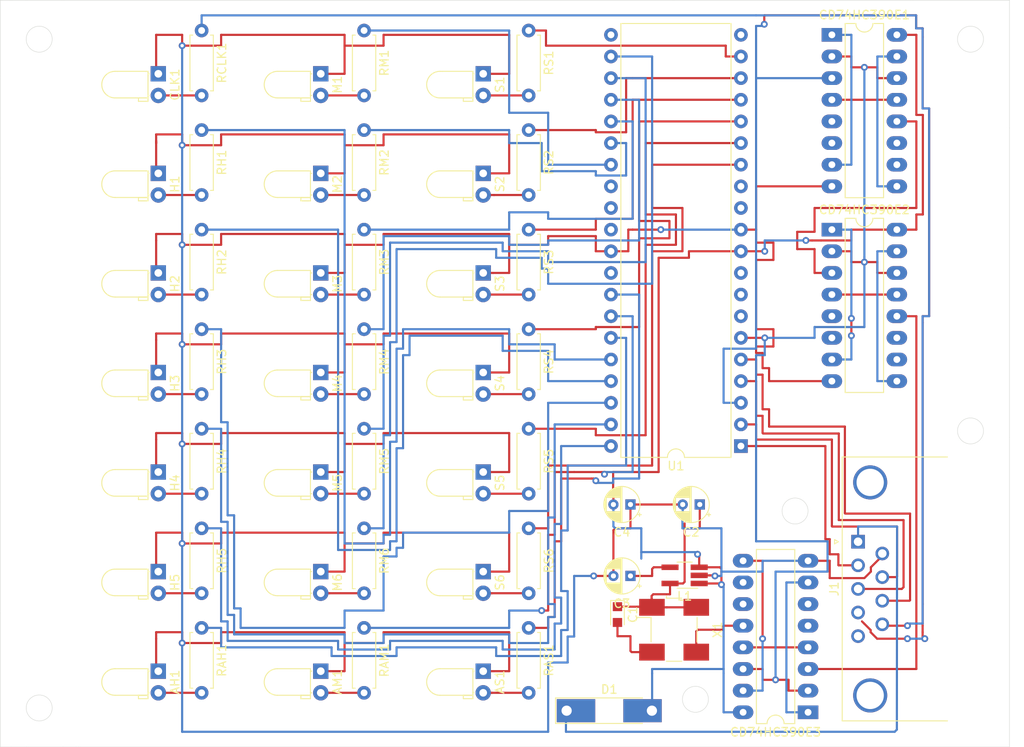
<source format=kicad_pcb>
(kicad_pcb (version 20190907) (host pcbnew "5.99.0-unknown")
  (title_block (title "Binary Clock") (date "2020-01-23") (rev "1.0") (company "CDCMicroTech") (comment 1 "Designed by Samuel Brown"))
  (layers (0 "F.Cu" signal) (31 "B.Cu" signal) (34 "B.Paste" user) (35 "F.Paste" user) (36 "B.SilkS" user) (37 "F.SilkS" user) (38 "B.Mask" user) (39 "F.Mask" user) (44 "Edge.Cuts" user))
  (net 0 "")
  (net 1 "Net-(RH5-Pad1)")
  (net 2 "Net-(U1-Pad20)")
  (net 3 "Net-(RH4-Pad1)")
  (net 4 "Net-(RS1-Pad1)")
  (net 5 "Net-(RH3-Pad1)")
  (net 6 "Net-(RS2-Pad1)")
  (net 7 "Net-(RH2-Pad1)")
  (net 8 "Net-(RS3-Pad1)")
  (net 9 "Net-(RH1-Pad1)")
  (net 10 "Net-(RS4-Pad1)")
  (net 11 "Net-(RAH1-Pad1)")
  (net 12 "Net-(RS5-Pad1)")
  (net 13 "Net-(RAM1-Pad1)")
  (net 14 "Net-(RS6-Pad1)")
  (net 15 "Net-(RAS1-Pad1)")
  (net 16 "Net-(U1-Pad13)")
  (net 17 "Net-(U1-Pad32)")
  (net 18 "Net-(U1-Pad12)")
  (net 19 "/GND_(0V)")
  (net 20 "Net-(U1-Pad30)")
  (net 21 "Net-(C4-Pad2)")
  (net 22 "Net-(U1-Pad29)")
  (net 23 "Net-(U1-Pad9)")
  (net 24 "Net-(U1-Pad28)")
  (net 25 "Net-(U1-Pad8)")
  (net 26 "Net-(RM1-Pad1)")
  (net 27 "Net-(U1-Pad7)")
  (net 28 "Net-(RM2-Pad1)")
  (net 29 "Net-(CD74HC390E1-Pad14)")
  (net 30 "Net-(RM3-Pad1)")
  (net 31 "Net-(J1-Pad8)")
  (net 32 "Net-(RM4-Pad1)")
  (net 33 "/DOWN")
  (net 34 "Net-(RM5-Pad1)")
  (net 35 "Net-(CD74HC390E1-Pad3)")
  (net 36 "Net-(RM6-Pad1)")
  (net 37 "/ADJ_SELECT")
  (net 38 "Net-(U1-Pad21)")
  (net 39 "/UP")
  (net 40 "Net-(C1-Pad1)")
  (net 41 "Net-(CD74HC390E3-Pad12)")
  (net 42 "Net-(C1-Pad2)")
  (net 43 "Net-(H1-Pad2)")
  (net 44 "Net-(H2-Pad2)")
  (net 45 "Net-(H3-Pad2)")
  (net 46 "Net-(H4-Pad2)")
  (net 47 "Net-(H5-Pad2)")
  (net 48 "Net-(M1-Pad2)")
  (net 49 "Net-(M2-Pad2)")
  (net 50 "Net-(M3-Pad2)")
  (net 51 "Net-(M4-Pad2)")
  (net 52 "Net-(M5-Pad2)")
  (net 53 "Net-(M6-Pad2)")
  (net 54 "Net-(AH1-Pad2)")
  (net 55 "Net-(RS1-Pad2)")
  (net 56 "Net-(RS2-Pad2)")
  (net 57 "Net-(RS3-Pad2)")
  (net 58 "Net-(RS4-Pad2)")
  (net 59 "Net-(RS5-Pad2)")
  (net 60 "Net-(RS6-Pad2)")
  (net 61 "Net-(CD74HC390E1-Pad15)")
  (net 62 "Net-(CD74HC390E1-Pad1)")
  (net 63 "Net-(CD74HC390E1-Pad6)")
  (net 64 "Net-(CD74HC390E1-Pad13)")
  (net 65 "Net-(CD74HC390E1-Pad5)")
  (net 66 "Net-(CD74HC390E1-Pad12)")
  (net 67 "Net-(CD74HC390E1-Pad11)")
  (net 68 "Net-(CD74HC390E1-Pad10)")
  (net 69 "Net-(CD74HC390E2-Pad15)")
  (net 70 "Net-(CD74HC390E2-Pad1)")
  (net 71 "Net-(CD74HC390E2-Pad6)")
  (net 72 "Net-(CD74HC390E2-Pad13)")
  (net 73 "Net-(CD74HC390E2-Pad5)")
  (net 74 "Net-(CD74HC390E2-Pad12)")
  (net 75 "Net-(CD74HC390E2-Pad11)")
  (net 76 "Net-(CD74HC390E2-Pad10)")
  (net 77 "Net-(CD74HC390E3-Pad15)")
  (net 78 "Net-(CD74HC390E3-Pad1)")
  (net 79 "Net-(CD74HC390E3-Pad6)")
  (net 80 "Net-(CD74HC390E3-Pad13)")
  (net 81 "Net-(CD74HC390E3-Pad5)")
  (net 82 "Net-(CD74HC390E3-Pad11)")
  (net 83 "Net-(CD74HC390E3-Pad10)")
  (net 84 "Net-(J1-Pad9)")
  (net 85 "Net-(J1-Pad5)")
  (net 86 "/+5V")
  (net 87 "Net-(C3-Pad1)")
  (net 88 "Net-(AM1-Pad2)")
  (net 89 "Net-(AS1-Pad2)")
  (net 90 "Net-(CLK1-Pad2)")
  (module "LED_THT:LED_D3.0mm_Horizontal_O1.27mm_Z2.0mm_Clear" (layer "F.Cu") (at 57.431 24.638 -90)
    (fp_text reference "CLK1" (at 1.27 -1.96 90) (layer "F.SilkS"))
    (fp_text value "LED")
    (pad "2" thru_hole circle (at 2.54 0 270) (size 1.8 1.8) (drill 0.9) (layers *.Cu *.Mask) (net 90 "Net-(CLK1-Pad2)"))
    (pad "1" thru_hole rect (at 0 0 270) (size 1.8 1.8) (drill 0.9) (layers *.Cu *.Mask) (net 19 "/GND_(0V)"))
  )
  (module "Resistor_THT:R_Axial_DIN0207_L6.3mm_D2.5mm_P7.62mm_Horizontal" (layer "F.Cu") (at 62.511 89.662 -90)
    (fp_text reference "RAH1" (at 3.81 -2.37 90) (layer "F.SilkS"))
    (fp_text value "R330")
    (pad "1" thru_hole circle (at 0 0 270) (size 1.6 1.6) (drill 0.8) (layers *.Cu *.Mask) (net 11 "Net-(RAH1-Pad1)"))
    (pad "2" thru_hole oval (at 7.62 0 270) (size 1.6 1.6) (drill 0.8) (layers *.Cu *.Mask) (net 54 "Net-(AH1-Pad2)"))
  )
  (module "LED_THT:LED_D3.0mm_Horizontal_O1.27mm_Z2.0mm_Clear" (layer "F.Cu") (at 57.431 94.742 -90)
    (fp_text reference "AH1" (at 1.27 -1.96 90) (layer "F.SilkS"))
    (fp_text value "LED")
    (pad "2" thru_hole circle (at 2.54 0 270) (size 1.8 1.8) (drill 0.9) (layers *.Cu *.Mask) (net 54 "Net-(AH1-Pad2)"))
    (pad "1" thru_hole rect (at 0 0 270) (size 1.8 1.8) (drill 0.9) (layers *.Cu *.Mask) (net 19 "/GND_(0V)"))
  )
  (module "LED_THT:LED_D3.0mm_Horizontal_O1.27mm_Z2.0mm_Clear" (layer "F.Cu") (at 76.481 94.742 -90)
    (fp_text reference "AM1" (at 1.27 -1.96 90) (layer "F.SilkS"))
    (fp_text value "LED")
    (pad "2" thru_hole circle (at 2.54 0 270) (size 1.8 1.8) (drill 0.9) (layers *.Cu *.Mask) (net 88 "Net-(AM1-Pad2)"))
    (pad "1" thru_hole rect (at 0 0 270) (size 1.8 1.8) (drill 0.9) (layers *.Cu *.Mask) (net 19 "/GND_(0V)"))
  )
  (module "LED_THT:LED_D3.0mm_Horizontal_O1.27mm_Z2.0mm_Clear" (layer "F.Cu") (at 95.531 94.742 -90)
    (fp_text reference "AS1" (at 1.27 -1.96 90) (layer "F.SilkS"))
    (fp_text value "LED")
    (pad "2" thru_hole circle (at 2.54 0 270) (size 1.8 1.8) (drill 0.9) (layers *.Cu *.Mask) (net 89 "Net-(AS1-Pad2)"))
    (pad "1" thru_hole rect (at 0 0 270) (size 1.8 1.8) (drill 0.9) (layers *.Cu *.Mask) (net 19 "/GND_(0V)"))
  )
  (module "LED_THT:LED_D3.0mm_Horizontal_O1.27mm_Z2.0mm_Clear" (layer "F.Cu") (at 76.481 24.638 -90)
    (fp_text reference "M1" (at 1.27 -1.96 90) (layer "F.SilkS"))
    (fp_text value "LED")
    (pad "2" thru_hole circle (at 2.54 0 270) (size 1.8 1.8) (drill 0.9) (layers *.Cu *.Mask) (net 48 "Net-(M1-Pad2)"))
    (pad "1" thru_hole rect (at 0 0 270) (size 1.8 1.8) (drill 0.9) (layers *.Cu *.Mask) (net 19 "/GND_(0V)"))
  )
  (module "LED_THT:LED_D3.0mm_Horizontal_O1.27mm_Z2.0mm_Clear" (layer "F.Cu") (at 76.481 36.322 -90)
    (fp_text reference "M2" (at 1.27 -1.96 90) (layer "F.SilkS"))
    (fp_text value "LED")
    (pad "2" thru_hole circle (at 2.54 0 270) (size 1.8 1.8) (drill 0.9) (layers *.Cu *.Mask) (net 49 "Net-(M2-Pad2)"))
    (pad "1" thru_hole rect (at 0 0 270) (size 1.8 1.8) (drill 0.9) (layers *.Cu *.Mask) (net 19 "/GND_(0V)"))
  )
  (module "LED_THT:LED_D3.0mm_Horizontal_O1.27mm_Z2.0mm_Clear" (layer "F.Cu") (at 76.481 48.006 -90)
    (fp_text reference "M3" (at 1.27 -1.96 90) (layer "F.SilkS"))
    (fp_text value "LED")
    (pad "2" thru_hole circle (at 2.54 0 270) (size 1.8 1.8) (drill 0.9) (layers *.Cu *.Mask) (net 50 "Net-(M3-Pad2)"))
    (pad "1" thru_hole rect (at 0 0 270) (size 1.8 1.8) (drill 0.9) (layers *.Cu *.Mask) (net 19 "/GND_(0V)"))
  )
  (module "LED_THT:LED_D3.0mm_Horizontal_O1.27mm_Z2.0mm_Clear" (layer "F.Cu") (at 76.481 59.69 -90)
    (fp_text reference "M4" (at 1.27 -1.96 90) (layer "F.SilkS"))
    (fp_text value "LED")
    (pad "1" thru_hole rect (at 0 0 270) (size 1.8 1.8) (drill 0.9) (layers *.Cu *.Mask) (net 19 "/GND_(0V)"))
    (pad "2" thru_hole circle (at 2.54 0 270) (size 1.8 1.8) (drill 0.9) (layers *.Cu *.Mask) (net 51 "Net-(M4-Pad2)"))
  )
  (module "LED_THT:LED_D3.0mm_Horizontal_O1.27mm_Z2.0mm_Clear" (layer "F.Cu") (at 76.481 71.374 -90)
    (fp_text reference "M5" (at 1.27 -1.96 90) (layer "F.SilkS"))
    (fp_text value "LED")
    (pad "2" thru_hole circle (at 2.54 0 270) (size 1.8 1.8) (drill 0.9) (layers *.Cu *.Mask) (net 52 "Net-(M5-Pad2)"))
    (pad "1" thru_hole rect (at 0 0 270) (size 1.8 1.8) (drill 0.9) (layers *.Cu *.Mask) (net 19 "/GND_(0V)"))
  )
  (module "LED_THT:LED_D3.0mm_Horizontal_O1.27mm_Z2.0mm_Clear" (layer "F.Cu") (at 76.481 83.058 -90)
    (fp_text reference "M6" (at 1.27 -1.96 90) (layer "F.SilkS"))
    (fp_text value "LED")
    (pad "2" thru_hole circle (at 2.54 0 270) (size 1.8 1.8) (drill 0.9) (layers *.Cu *.Mask) (net 53 "Net-(M6-Pad2)"))
    (pad "1" thru_hole rect (at 0 0 270) (size 1.8 1.8) (drill 0.9) (layers *.Cu *.Mask) (net 19 "/GND_(0V)"))
  )
  (module "Resistor_THT:R_Axial_DIN0207_L6.3mm_D2.5mm_P7.62mm_Horizontal" (layer "F.Cu") (at 81.561 89.662 -90)
    (fp_text reference "RAM1" (at 3.81 -2.37 90) (layer "F.SilkS"))
    (fp_text value "R330")
    (pad "1" thru_hole circle (at 0 0 270) (size 1.6 1.6) (drill 0.8) (layers *.Cu *.Mask) (net 13 "Net-(RAM1-Pad1)"))
    (pad "2" thru_hole oval (at 7.62 0 270) (size 1.6 1.6) (drill 0.8) (layers *.Cu *.Mask) (net 88 "Net-(AM1-Pad2)"))
  )
  (module "Resistor_THT:R_Axial_DIN0207_L6.3mm_D2.5mm_P7.62mm_Horizontal" (layer "F.Cu") (at 100.865 89.662 -90)
    (fp_text reference "RAS1" (at 3.81 -2.37 90) (layer "F.SilkS"))
    (fp_text value "R330")
    (pad "1" thru_hole circle (at 0 0 270) (size 1.6 1.6) (drill 0.8) (layers *.Cu *.Mask) (net 15 "Net-(RAS1-Pad1)"))
    (pad "2" thru_hole oval (at 7.62 0 270) (size 1.6 1.6) (drill 0.8) (layers *.Cu *.Mask) (net 89 "Net-(AS1-Pad2)"))
  )
  (module "Resistor_THT:R_Axial_DIN0207_L6.3mm_D2.5mm_P7.62mm_Horizontal" (layer "F.Cu") (at 62.511 19.558 -90)
    (fp_text reference "RCLK1" (at 3.81 -2.37 90) (layer "F.SilkS"))
    (fp_text value "R330")
    (pad "1" thru_hole circle (at 0 0 270) (size 1.6 1.6) (drill 0.8) (layers *.Cu *.Mask) (net 84 "Net-(J1-Pad9)"))
    (pad "2" thru_hole oval (at 7.62 0 270) (size 1.6 1.6) (drill 0.8) (layers *.Cu *.Mask) (net 90 "Net-(CLK1-Pad2)"))
  )
  (module "Resistor_THT:R_Axial_DIN0207_L6.3mm_D2.5mm_P7.62mm_Horizontal" (layer "F.Cu") (at 62.511 31.242 -90)
    (fp_text reference "RH1" (at 3.81 -2.37 90) (layer "F.SilkS"))
    (fp_text value "R330")
    (pad "1" thru_hole circle (at 0 0 270) (size 1.6 1.6) (drill 0.8) (layers *.Cu *.Mask) (net 9 "Net-(RH1-Pad1)"))
    (pad "2" thru_hole oval (at 7.62 0 270) (size 1.6 1.6) (drill 0.8) (layers *.Cu *.Mask) (net 43 "Net-(H1-Pad2)"))
  )
  (module "Resistor_THT:R_Axial_DIN0207_L6.3mm_D2.5mm_P7.62mm_Horizontal" (layer "F.Cu") (at 62.511 42.926 -90)
    (fp_text reference "RH2" (at 3.81 -2.37 90) (layer "F.SilkS"))
    (fp_text value "R330")
    (pad "1" thru_hole circle (at 0 0 270) (size 1.6 1.6) (drill 0.8) (layers *.Cu *.Mask) (net 7 "Net-(RH2-Pad1)"))
    (pad "2" thru_hole oval (at 7.62 0 270) (size 1.6 1.6) (drill 0.8) (layers *.Cu *.Mask) (net 44 "Net-(H2-Pad2)"))
  )
  (module "Resistor_THT:R_Axial_DIN0207_L6.3mm_D2.5mm_P7.62mm_Horizontal" (layer "F.Cu") (at 62.511 54.61 -90)
    (fp_text reference "RH3" (at 3.81 -2.37 90) (layer "F.SilkS"))
    (fp_text value "R330")
    (pad "1" thru_hole circle (at 0 0 270) (size 1.6 1.6) (drill 0.8) (layers *.Cu *.Mask) (net 5 "Net-(RH3-Pad1)"))
    (pad "2" thru_hole oval (at 7.62 0 270) (size 1.6 1.6) (drill 0.8) (layers *.Cu *.Mask) (net 45 "Net-(H3-Pad2)"))
  )
  (module "Resistor_THT:R_Axial_DIN0207_L6.3mm_D2.5mm_P7.62mm_Horizontal" (layer "F.Cu") (at 62.511 66.294 -90)
    (fp_text reference "RH4" (at 3.81 -2.37 90) (layer "F.SilkS"))
    (fp_text value "R330")
    (pad "1" thru_hole circle (at 0 0 270) (size 1.6 1.6) (drill 0.8) (layers *.Cu *.Mask) (net 3 "Net-(RH4-Pad1)"))
    (pad "2" thru_hole oval (at 7.62 0 270) (size 1.6 1.6) (drill 0.8) (layers *.Cu *.Mask) (net 46 "Net-(H4-Pad2)"))
  )
  (module "Resistor_THT:R_Axial_DIN0207_L6.3mm_D2.5mm_P7.62mm_Horizontal" (layer "F.Cu") (at 62.511 77.978 -90)
    (fp_text reference "RH5" (at 3.81 -2.37 90) (layer "F.SilkS"))
    (fp_text value "R330")
    (pad "1" thru_hole circle (at 0 0 270) (size 1.6 1.6) (drill 0.8) (layers *.Cu *.Mask) (net 1 "Net-(RH5-Pad1)"))
    (pad "2" thru_hole oval (at 7.62 0 270) (size 1.6 1.6) (drill 0.8) (layers *.Cu *.Mask) (net 47 "Net-(H5-Pad2)"))
  )
  (module "Resistor_THT:R_Axial_DIN0207_L6.3mm_D2.5mm_P7.62mm_Horizontal" (layer "F.Cu") (at 81.561 19.558 -90)
    (fp_text reference "RM1" (at 3.81 -2.37 90) (layer "F.SilkS"))
    (fp_text value "R330")
    (pad "1" thru_hole circle (at 0 0 270) (size 1.6 1.6) (drill 0.8) (layers *.Cu *.Mask) (net 26 "Net-(RM1-Pad1)"))
    (pad "2" thru_hole oval (at 7.62 0 270) (size 1.6 1.6) (drill 0.8) (layers *.Cu *.Mask) (net 48 "Net-(M1-Pad2)"))
  )
  (module "Resistor_THT:R_Axial_DIN0207_L6.3mm_D2.5mm_P7.62mm_Horizontal" (layer "F.Cu") (at 81.561 31.242 -90)
    (fp_text reference "RM2" (at 3.81 -2.37 90) (layer "F.SilkS"))
    (fp_text value "R330")
    (pad "1" thru_hole circle (at 0 0 270) (size 1.6 1.6) (drill 0.8) (layers *.Cu *.Mask) (net 28 "Net-(RM2-Pad1)"))
    (pad "2" thru_hole oval (at 7.62 0 270) (size 1.6 1.6) (drill 0.8) (layers *.Cu *.Mask) (net 49 "Net-(M2-Pad2)"))
  )
  (module "Resistor_THT:R_Axial_DIN0207_L6.3mm_D2.5mm_P7.62mm_Horizontal" (layer "F.Cu") (at 81.561 42.926 -90)
    (fp_text reference "RM3" (at 3.81 -2.37 90) (layer "F.SilkS"))
    (fp_text value "R330")
    (pad "1" thru_hole circle (at 0 0 270) (size 1.6 1.6) (drill 0.8) (layers *.Cu *.Mask) (net 30 "Net-(RM3-Pad1)"))
    (pad "2" thru_hole oval (at 7.62 0 270) (size 1.6 1.6) (drill 0.8) (layers *.Cu *.Mask) (net 50 "Net-(M3-Pad2)"))
  )
  (module "Resistor_THT:R_Axial_DIN0207_L6.3mm_D2.5mm_P7.62mm_Horizontal" (layer "F.Cu") (at 81.561 54.61 -90)
    (fp_text reference "RM4" (at 3.81 -2.37 90) (layer "F.SilkS"))
    (fp_text value "R330")
    (pad "1" thru_hole circle (at 0 0 270) (size 1.6 1.6) (drill 0.8) (layers *.Cu *.Mask) (net 32 "Net-(RM4-Pad1)"))
    (pad "2" thru_hole oval (at 7.62 0 270) (size 1.6 1.6) (drill 0.8) (layers *.Cu *.Mask) (net 51 "Net-(M4-Pad2)"))
  )
  (module "Resistor_THT:R_Axial_DIN0207_L6.3mm_D2.5mm_P7.62mm_Horizontal" (layer "F.Cu") (at 81.561 66.294 -90)
    (fp_text reference "RM5" (at 3.81 -2.37 90) (layer "F.SilkS"))
    (fp_text value "R330")
    (pad "1" thru_hole circle (at 0 0 270) (size 1.6 1.6) (drill 0.8) (layers *.Cu *.Mask) (net 34 "Net-(RM5-Pad1)"))
    (pad "2" thru_hole oval (at 7.62 0 270) (size 1.6 1.6) (drill 0.8) (layers *.Cu *.Mask) (net 52 "Net-(M5-Pad2)"))
  )
  (module "Resistor_THT:R_Axial_DIN0207_L6.3mm_D2.5mm_P7.62mm_Horizontal" (layer "F.Cu") (at 81.561 77.978 -90)
    (fp_text reference "RM6" (at 3.81 -2.37 90) (layer "F.SilkS"))
    (fp_text value "R330")
    (pad "1" thru_hole circle (at 0 0 270) (size 1.6 1.6) (drill 0.8) (layers *.Cu *.Mask) (net 36 "Net-(RM6-Pad1)"))
    (pad "2" thru_hole oval (at 7.62 0 270) (size 1.6 1.6) (drill 0.8) (layers *.Cu *.Mask) (net 53 "Net-(M6-Pad2)"))
  )
  (module "Resistor_THT:R_Axial_DIN0207_L6.3mm_D2.5mm_P7.62mm_Horizontal" (layer "F.Cu") (at 100.865 19.558 -90)
    (fp_text reference "RS1" (at 3.81 -2.37 90) (layer "F.SilkS"))
    (fp_text value "R330")
    (pad "1" thru_hole circle (at 0 0 270) (size 1.6 1.6) (drill 0.8) (layers *.Cu *.Mask) (net 4 "Net-(RS1-Pad1)"))
    (pad "2" thru_hole oval (at 7.62 0 270) (size 1.6 1.6) (drill 0.8) (layers *.Cu *.Mask) (net 55 "Net-(RS1-Pad2)"))
  )
  (module "Resistor_THT:R_Axial_DIN0207_L6.3mm_D2.5mm_P7.62mm_Horizontal" (layer "F.Cu") (at 100.865 31.242 -90)
    (fp_text reference "RS2" (at 3.81 -2.37 90) (layer "F.SilkS"))
    (fp_text value "R330")
    (pad "1" thru_hole circle (at 0 0 270) (size 1.6 1.6) (drill 0.8) (layers *.Cu *.Mask) (net 6 "Net-(RS2-Pad1)"))
    (pad "2" thru_hole oval (at 7.62 0 270) (size 1.6 1.6) (drill 0.8) (layers *.Cu *.Mask) (net 56 "Net-(RS2-Pad2)"))
  )
  (module "Resistor_THT:R_Axial_DIN0207_L6.3mm_D2.5mm_P7.62mm_Horizontal" (layer "F.Cu") (at 100.865 42.926 -90)
    (fp_text reference "RS3" (at 3.81 -2.37 90) (layer "F.SilkS"))
    (fp_text value "R330")
    (pad "1" thru_hole circle (at 0 0 270) (size 1.6 1.6) (drill 0.8) (layers *.Cu *.Mask) (net 8 "Net-(RS3-Pad1)"))
    (pad "2" thru_hole oval (at 7.62 0 270) (size 1.6 1.6) (drill 0.8) (layers *.Cu *.Mask) (net 57 "Net-(RS3-Pad2)"))
  )
  (module "Resistor_THT:R_Axial_DIN0207_L6.3mm_D2.5mm_P7.62mm_Horizontal" (layer "F.Cu") (at 100.865 54.61 -90)
    (fp_text reference "RS4" (at 3.81 -2.37 90) (layer "F.SilkS"))
    (fp_text value "R330")
    (pad "1" thru_hole circle (at 0 0 270) (size 1.6 1.6) (drill 0.8) (layers *.Cu *.Mask) (net 10 "Net-(RS4-Pad1)"))
    (pad "2" thru_hole oval (at 7.62 0 270) (size 1.6 1.6) (drill 0.8) (layers *.Cu *.Mask) (net 58 "Net-(RS4-Pad2)"))
  )
  (module "Resistor_THT:R_Axial_DIN0207_L6.3mm_D2.5mm_P7.62mm_Horizontal" (layer "F.Cu") (at 100.865 66.294 -90)
    (fp_text reference "RS5" (at 3.81 -2.37 90) (layer "F.SilkS"))
    (fp_text value "R330")
    (pad "1" thru_hole circle (at 0 0 270) (size 1.6 1.6) (drill 0.8) (layers *.Cu *.Mask) (net 12 "Net-(RS5-Pad1)"))
    (pad "2" thru_hole oval (at 7.62 0 270) (size 1.6 1.6) (drill 0.8) (layers *.Cu *.Mask) (net 59 "Net-(RS5-Pad2)"))
  )
  (module "Resistor_THT:R_Axial_DIN0207_L6.3mm_D2.5mm_P7.62mm_Horizontal" (layer "F.Cu") (at 100.865 77.978 -90)
    (fp_text reference "RS6" (at 3.81 -2.37 90) (layer "F.SilkS"))
    (fp_text value "R330")
    (pad "1" thru_hole circle (at 0 0 270) (size 1.6 1.6) (drill 0.8) (layers *.Cu *.Mask) (net 14 "Net-(RS6-Pad1)"))
    (pad "2" thru_hole oval (at 7.62 0 270) (size 1.6 1.6) (drill 0.8) (layers *.Cu *.Mask) (net 60 "Net-(RS6-Pad2)"))
  )
  (module "LED_THT:LED_D3.0mm_Horizontal_O1.27mm_Z2.0mm_Clear" (layer "F.Cu") (at 95.531 24.638 -90)
    (fp_text reference "S1" (at 1.27 -1.96 90) (layer "F.SilkS"))
    (fp_text value "LED")
    (pad "2" thru_hole circle (at 2.54 0 270) (size 1.8 1.8) (drill 0.9) (layers *.Cu *.Mask) (net 55 "Net-(RS1-Pad2)"))
    (pad "1" thru_hole rect (at 0 0 270) (size 1.8 1.8) (drill 0.9) (layers *.Cu *.Mask) (net 19 "/GND_(0V)"))
  )
  (module "LED_THT:LED_D3.0mm_Horizontal_O1.27mm_Z2.0mm_Clear" (layer "F.Cu") (at 95.531 36.322 -90)
    (fp_text reference "S2" (at 1.27 -1.96 90) (layer "F.SilkS"))
    (fp_text value "LED")
    (pad "2" thru_hole circle (at 2.54 0 270) (size 1.8 1.8) (drill 0.9) (layers *.Cu *.Mask) (net 56 "Net-(RS2-Pad2)"))
    (pad "1" thru_hole rect (at 0 0 270) (size 1.8 1.8) (drill 0.9) (layers *.Cu *.Mask) (net 19 "/GND_(0V)"))
  )
  (module "LED_THT:LED_D3.0mm_Horizontal_O1.27mm_Z2.0mm_Clear" (layer "F.Cu") (at 95.531 48.006 -90)
    (fp_text reference "S3" (at 1.27 -1.96 90) (layer "F.SilkS"))
    (fp_text value "LED")
    (pad "2" thru_hole circle (at 2.54 0 270) (size 1.8 1.8) (drill 0.9) (layers *.Cu *.Mask) (net 57 "Net-(RS3-Pad2)"))
    (pad "1" thru_hole rect (at 0 0 270) (size 1.8 1.8) (drill 0.9) (layers *.Cu *.Mask) (net 19 "/GND_(0V)"))
  )
  (module "LED_THT:LED_D3.0mm_Horizontal_O1.27mm_Z2.0mm_Clear" (layer "F.Cu") (at 95.531 59.69 -90)
    (fp_text reference "S4" (at 1.27 -1.96 90) (layer "F.SilkS"))
    (fp_text value "LED")
    (pad "2" thru_hole circle (at 2.54 0 270) (size 1.8 1.8) (drill 0.9) (layers *.Cu *.Mask) (net 58 "Net-(RS4-Pad2)"))
    (pad "1" thru_hole rect (at 0 0 270) (size 1.8 1.8) (drill 0.9) (layers *.Cu *.Mask) (net 19 "/GND_(0V)"))
  )
  (module "LED_THT:LED_D3.0mm_Horizontal_O1.27mm_Z2.0mm_Clear" (layer "F.Cu") (at 95.531 71.374 -90)
    (fp_text reference "S5" (at 1.27 -1.96 90) (layer "F.SilkS"))
    (fp_text value "LED")
    (pad "2" thru_hole circle (at 2.54 0 270) (size 1.8 1.8) (drill 0.9) (layers *.Cu *.Mask) (net 59 "Net-(RS5-Pad2)"))
    (pad "1" thru_hole rect (at 0 0 270) (size 1.8 1.8) (drill 0.9) (layers *.Cu *.Mask) (net 19 "/GND_(0V)"))
  )
  (module "LED_THT:LED_D3.0mm_Horizontal_O1.27mm_Z2.0mm_Clear" (layer "F.Cu") (at 95.531 83.058 -90)
    (fp_text reference "S6" (at 1.27 -1.96 90) (layer "F.SilkS"))
    (fp_text value "LED")
    (pad "2" thru_hole circle (at 2.54 0 270) (size 1.8 1.8) (drill 0.9) (layers *.Cu *.Mask) (net 60 "Net-(RS6-Pad2)"))
    (pad "1" thru_hole rect (at 0 0 270) (size 1.8 1.8) (drill 0.9) (layers *.Cu *.Mask) (net 19 "/GND_(0V)"))
  )
  (module "LED_THT:LED_D3.0mm_Horizontal_O1.27mm_Z2.0mm_Clear" (layer "F.Cu") (at 57.431 36.322 -90)
    (fp_text reference "H1" (at 1.27 -1.96 90) (layer "F.SilkS"))
    (fp_text value "LED")
    (pad "2" thru_hole circle (at 2.54 0 270) (size 1.8 1.8) (drill 0.9) (layers *.Cu *.Mask) (net 43 "Net-(H1-Pad2)"))
    (pad "1" thru_hole rect (at 0 0 270) (size 1.8 1.8) (drill 0.9) (layers *.Cu *.Mask) (net 19 "/GND_(0V)"))
  )
  (module "LED_THT:LED_D3.0mm_Horizontal_O1.27mm_Z2.0mm_Clear" (layer "F.Cu") (at 57.431 48.006 -90)
    (fp_text reference "H2" (at 1.27 -1.96 90) (layer "F.SilkS"))
    (fp_text value "LED")
    (pad "2" thru_hole circle (at 2.54 0 270) (size 1.8 1.8) (drill 0.9) (layers *.Cu *.Mask) (net 44 "Net-(H2-Pad2)"))
    (pad "1" thru_hole rect (at 0 0 270) (size 1.8 1.8) (drill 0.9) (layers *.Cu *.Mask) (net 19 "/GND_(0V)"))
  )
  (module "LED_THT:LED_D3.0mm_Horizontal_O1.27mm_Z2.0mm_Clear" (layer "F.Cu") (at 57.431 59.69 -90)
    (fp_text reference "H3" (at 1.27 -1.96 90) (layer "F.SilkS"))
    (fp_text value "LED")
    (pad "2" thru_hole circle (at 2.54 0 270) (size 1.8 1.8) (drill 0.9) (layers *.Cu *.Mask) (net 45 "Net-(H3-Pad2)"))
    (pad "1" thru_hole rect (at 0 0 270) (size 1.8 1.8) (drill 0.9) (layers *.Cu *.Mask) (net 19 "/GND_(0V)"))
  )
  (module "LED_THT:LED_D3.0mm_Horizontal_O1.27mm_Z2.0mm_Clear" (layer "F.Cu") (at 57.431 71.374 -90)
    (fp_text reference "H4" (at 1.27 -1.96 90) (layer "F.SilkS"))
    (fp_text value "LED")
    (pad "2" thru_hole circle (at 2.54 0 270) (size 1.8 1.8) (drill 0.9) (layers *.Cu *.Mask) (net 46 "Net-(H4-Pad2)"))
    (pad "1" thru_hole rect (at 0 0 270) (size 1.8 1.8) (drill 0.9) (layers *.Cu *.Mask) (net 19 "/GND_(0V)"))
  )
  (module "LED_THT:LED_D3.0mm_Horizontal_O1.27mm_Z2.0mm_Clear" (layer "F.Cu") (at 57.431 83.058 -90)
    (fp_text reference "H5" (at 1.27 -1.96 90) (layer "F.SilkS"))
    (fp_text value "LED")
    (pad "2" thru_hole circle (at 2.54 0 270) (size 1.8 1.8) (drill 0.9) (layers *.Cu *.Mask) (net 47 "Net-(H5-Pad2)"))
    (pad "1" thru_hole rect (at 0 0 270) (size 1.8 1.8) (drill 0.9) (layers *.Cu *.Mask) (net 19 "/GND_(0V)"))
  )
  (module "Package_DIP:DIP-40_W15.24mm" (layer "F.Cu") (at 125.757 68.326 180)
    (fp_text reference "U1" (at 7.62 -2.33) (layer "F.SilkS"))
    (fp_text value "ATmega16A-PU")
    (pad "40" thru_hole oval (at 15.24 0 180) (size 1.6 1.6) (drill 0.8) (layers *.Cu *.Mask) (net 1 "Net-(RH5-Pad1)"))
    (pad "20" thru_hole oval (at 0 48.26 180) (size 1.6 1.6) (drill 0.8) (layers *.Cu *.Mask) (net 2 "Net-(U1-Pad20)"))
    (pad "39" thru_hole oval (at 15.24 2.54 180) (size 1.6 1.6) (drill 0.8) (layers *.Cu *.Mask) (net 3 "Net-(RH4-Pad1)"))
    (pad "19" thru_hole oval (at 0 45.72 180) (size 1.6 1.6) (drill 0.8) (layers *.Cu *.Mask) (net 4 "Net-(RS1-Pad1)"))
    (pad "38" thru_hole oval (at 15.24 5.08 180) (size 1.6 1.6) (drill 0.8) (layers *.Cu *.Mask) (net 5 "Net-(RH3-Pad1)"))
    (pad "18" thru_hole oval (at 0 43.18 180) (size 1.6 1.6) (drill 0.8) (layers *.Cu *.Mask) (net 6 "Net-(RS2-Pad1)"))
    (pad "37" thru_hole oval (at 15.24 7.62 180) (size 1.6 1.6) (drill 0.8) (layers *.Cu *.Mask) (net 7 "Net-(RH2-Pad1)"))
    (pad "17" thru_hole oval (at 0 40.64 180) (size 1.6 1.6) (drill 0.8) (layers *.Cu *.Mask) (net 8 "Net-(RS3-Pad1)"))
    (pad "36" thru_hole oval (at 15.24 10.16 180) (size 1.6 1.6) (drill 0.8) (layers *.Cu *.Mask) (net 9 "Net-(RH1-Pad1)"))
    (pad "16" thru_hole oval (at 0 38.1 180) (size 1.6 1.6) (drill 0.8) (layers *.Cu *.Mask) (net 10 "Net-(RS4-Pad1)"))
    (pad "35" thru_hole oval (at 15.24 12.7 180) (size 1.6 1.6) (drill 0.8) (layers *.Cu *.Mask) (net 11 "Net-(RAH1-Pad1)"))
    (pad "15" thru_hole oval (at 0 35.56 180) (size 1.6 1.6) (drill 0.8) (layers *.Cu *.Mask) (net 12 "Net-(RS5-Pad1)"))
    (pad "34" thru_hole oval (at 15.24 15.24 180) (size 1.6 1.6) (drill 0.8) (layers *.Cu *.Mask) (net 13 "Net-(RAM1-Pad1)"))
    (pad "14" thru_hole oval (at 0 33.02 180) (size 1.6 1.6) (drill 0.8) (layers *.Cu *.Mask) (net 14 "Net-(RS6-Pad1)"))
    (pad "33" thru_hole oval (at 15.24 17.78 180) (size 1.6 1.6) (drill 0.8) (layers *.Cu *.Mask) (net 15 "Net-(RAS1-Pad1)"))
    (pad "13" thru_hole oval (at 0 30.48 180) (size 1.6 1.6) (drill 0.8) (layers *.Cu *.Mask) (net 16 "Net-(U1-Pad13)"))
    (pad "32" thru_hole oval (at 15.24 20.32 180) (size 1.6 1.6) (drill 0.8) (layers *.Cu *.Mask) (net 17 "Net-(U1-Pad32)"))
    (pad "12" thru_hole oval (at 0 27.94 180) (size 1.6 1.6) (drill 0.8) (layers *.Cu *.Mask) (net 18 "Net-(U1-Pad12)"))
    (pad "31" thru_hole oval (at 15.24 22.86 180) (size 1.6 1.6) (drill 0.8) (layers *.Cu *.Mask) (net 19 "/GND_(0V)"))
    (pad "11" thru_hole oval (at 0 25.4 180) (size 1.6 1.6) (drill 0.8) (layers *.Cu *.Mask) (net 19 "/GND_(0V)"))
    (pad "30" thru_hole oval (at 15.24 25.4 180) (size 1.6 1.6) (drill 0.8) (layers *.Cu *.Mask) (net 20 "Net-(U1-Pad30)"))
    (pad "10" thru_hole oval (at 0 22.86 180) (size 1.6 1.6) (drill 0.8) (layers *.Cu *.Mask) (net 21 "Net-(C4-Pad2)"))
    (pad "29" thru_hole oval (at 15.24 27.94 180) (size 1.6 1.6) (drill 0.8) (layers *.Cu *.Mask) (net 22 "Net-(U1-Pad29)"))
    (pad "9" thru_hole oval (at 0 20.32 180) (size 1.6 1.6) (drill 0.8) (layers *.Cu *.Mask) (net 23 "Net-(U1-Pad9)"))
    (pad "28" thru_hole oval (at 15.24 30.48 180) (size 1.6 1.6) (drill 0.8) (layers *.Cu *.Mask) (net 24 "Net-(U1-Pad28)"))
    (pad "8" thru_hole oval (at 0 17.78 180) (size 1.6 1.6) (drill 0.8) (layers *.Cu *.Mask) (net 25 "Net-(U1-Pad8)"))
    (pad "27" thru_hole oval (at 15.24 33.02 180) (size 1.6 1.6) (drill 0.8) (layers *.Cu *.Mask) (net 26 "Net-(RM1-Pad1)"))
    (pad "7" thru_hole oval (at 0 15.24 180) (size 1.6 1.6) (drill 0.8) (layers *.Cu *.Mask) (net 27 "Net-(U1-Pad7)"))
    (pad "26" thru_hole oval (at 15.24 35.56 180) (size 1.6 1.6) (drill 0.8) (layers *.Cu *.Mask) (net 28 "Net-(RM2-Pad1)"))
    (pad "6" thru_hole oval (at 0 12.7 180) (size 1.6 1.6) (drill 0.8) (layers *.Cu *.Mask) (net 29 "Net-(CD74HC390E1-Pad14)"))
    (pad "25" thru_hole oval (at 15.24 38.1 180) (size 1.6 1.6) (drill 0.8) (layers *.Cu *.Mask) (net 30 "Net-(RM3-Pad1)"))
    (pad "5" thru_hole oval (at 0 10.16 180) (size 1.6 1.6) (drill 0.8) (layers *.Cu *.Mask) (net 31 "Net-(J1-Pad8)"))
    (pad "24" thru_hole oval (at 15.24 40.64 180) (size 1.6 1.6) (drill 0.8) (layers *.Cu *.Mask) (net 32 "Net-(RM4-Pad1)"))
    (pad "4" thru_hole oval (at 0 7.62 180) (size 1.6 1.6) (drill 0.8) (layers *.Cu *.Mask) (net 33 "/DOWN"))
    (pad "23" thru_hole oval (at 15.24 43.18 180) (size 1.6 1.6) (drill 0.8) (layers *.Cu *.Mask) (net 34 "Net-(RM5-Pad1)"))
    (pad "3" thru_hole oval (at 0 5.08 180) (size 1.6 1.6) (drill 0.8) (layers *.Cu *.Mask) (net 35 "Net-(CD74HC390E1-Pad3)"))
    (pad "22" thru_hole oval (at 15.24 45.72 180) (size 1.6 1.6) (drill 0.8) (layers *.Cu *.Mask) (net 36 "Net-(RM6-Pad1)"))
    (pad "2" thru_hole oval (at 0 2.54 180) (size 1.6 1.6) (drill 0.8) (layers *.Cu *.Mask) (net 37 "/ADJ_SELECT"))
    (pad "21" thru_hole oval (at 15.24 48.26 180) (size 1.6 1.6) (drill 0.8) (layers *.Cu *.Mask) (net 38 "Net-(U1-Pad21)"))
    (pad "1" thru_hole rect (at 0 0 180) (size 1.6 1.6) (drill 0.8) (layers *.Cu *.Mask) (net 39 "/UP"))
  )
  (module "Oscillator:Oscillator_SMD_SeikoEpson_SG8002CA-4Pin_7.0x5.0mm_HandSoldering" (layer "F.Cu") (at 117.92 89.879 -90)
    (fp_text reference "X1" (at 0 -5.1 90) (layer "F.SilkS"))
    (fp_text value "SG-8002CA")
    (pad "4" smd rect (at -2.63 -2.6 270) (size 1.98 3) (layers "F.Cu" "F.Paste" "F.Mask") (net 40 "Net-(C1-Pad1)"))
    (pad "3" smd rect (at 2.63 -2.6 270) (size 1.98 3) (layers "F.Cu" "F.Paste" "F.Mask") (net 41 "Net-(CD74HC390E3-Pad12)"))
    (pad "2" smd rect (at 2.63 2.6 270) (size 1.98 3) (layers "F.Cu" "F.Paste" "F.Mask") (net 42 "Net-(C1-Pad2)"))
    (pad "1" smd rect (at -2.63 2.6 270) (size 1.98 3) (layers "F.Cu" "F.Paste" "F.Mask") (net 40 "Net-(C1-Pad1)"))
  )
  (module "Package_TO_SOT_SMD:TSOT-23-5_HandSoldering" (layer "F.Cu") (at 119.153 83.5 180)
    (fp_text reference "L1" (at 0 -2.45) (layer "F.SilkS"))
    (fp_text value "LDK130M32R")
    (pad "5" smd rect (at 1.71 -0.95 180) (size 2 0.65) (layers "F.Cu" "F.Paste" "F.Mask") (net 40 "Net-(C1-Pad1)"))
    (pad "4" smd rect (at 1.71 0.95 180) (size 2 0.65) (layers "F.Cu" "F.Paste" "F.Mask") (net 87 "Net-(C3-Pad1)"))
    (pad "3" smd rect (at -1.71 0.95 180) (size 2 0.65) (layers "F.Cu" "F.Paste" "F.Mask") (net 21 "Net-(C4-Pad2)"))
    (pad "2" smd rect (at -1.71 0 180) (size 2 0.65) (layers "F.Cu" "F.Paste" "F.Mask") (net 19 "/GND_(0V)"))
    (pad "1" smd rect (at -1.71 -0.95 180) (size 2 0.65) (layers "F.Cu" "F.Paste" "F.Mask") (net 21 "Net-(C4-Pad2)"))
  )
  (module "Connector_Dsub:DSUB-9_Female_Horizontal_P2.77x2.84mm_EdgePinOffset7.70mm_Housed_MountingHolesOffset9.12mm" (layer "F.Cu") (at 139.497 79.55 90)
    (fp_text reference "J1" (at -5.54 -2.8 90) (layer "F.SilkS"))
    (fp_text value "DB9_Male")
    (pad "0" thru_hole circle (at 6.96 1.42 90) (size 4 4) (drill 3.2) (layers *.Cu *.Mask))
    (pad "0" thru_hole circle (at -18.04 1.42 90) (size 4 4) (drill 3.2) (layers *.Cu *.Mask))
    (pad "9" thru_hole circle (at -9.695 2.84 90) (size 1.6 1.6) (drill 1) (layers *.Cu *.Mask) (net 84 "Net-(J1-Pad9)"))
    (pad "8" thru_hole circle (at -6.925 2.84 90) (size 1.6 1.6) (drill 1) (layers *.Cu *.Mask) (net 31 "Net-(J1-Pad8)"))
    (pad "7" thru_hole circle (at -4.155 2.84 90) (size 1.6 1.6) (drill 1) (layers *.Cu *.Mask) (net 37 "/ADJ_SELECT"))
    (pad "6" thru_hole circle (at -1.385 2.84 90) (size 1.6 1.6) (drill 1) (layers *.Cu *.Mask) (net 19 "/GND_(0V)"))
    (pad "5" thru_hole circle (at -11.08 0 90) (size 1.6 1.6) (drill 1) (layers *.Cu *.Mask) (net 85 "Net-(J1-Pad5)"))
    (pad "4" thru_hole circle (at -8.31 0 90) (size 1.6 1.6) (drill 1) (layers *.Cu *.Mask) (net 35 "Net-(CD74HC390E1-Pad3)"))
    (pad "3" thru_hole circle (at -5.54 0 90) (size 1.6 1.6) (drill 1) (layers *.Cu *.Mask) (net 33 "/DOWN"))
    (pad "2" thru_hole circle (at -2.77 0 90) (size 1.6 1.6) (drill 1) (layers *.Cu *.Mask) (net 39 "/UP"))
    (pad "1" thru_hole rect (at 0 0 90) (size 1.6 1.6) (drill 1) (layers *.Cu *.Mask) (net 86 "/+5V"))
  )
  (module "Diode_SMD:D_MELF-RM10_Universal_Handsoldering" (layer "F.Cu") (at 110.317 99.38)
    (fp_text reference "D1" (at 0 -2.5) (layer "F.SilkS"))
    (fp_text value "DIODE")
    (pad "2" thru_hole rect (at 5 0 180) (size 4.5 2.7) (drill 1.19888 (offset 1.1 0)) (layers *.Cu *.Mask) (net 21 "Net-(C4-Pad2)"))
    (pad "1" thru_hole rect (at -5 0) (size 4.5 2.7) (drill 1.19888 (offset 1.1 0)) (layers *.Cu *.Mask) (net 86 "/+5V"))
  )
  (module "Package_DIP:DIP-16_W7.62mm_LongPads" (layer "F.Cu") (at 133.631 99.568 180)
    (fp_text reference "CD74HC390E3" (at 3.81 -2.33) (layer "F.SilkS"))
    (fp_text value "CD74HC390E")
    (pad "16" thru_hole oval (at 7.62 0 180) (size 2.4 1.6) (drill 0.8) (layers *.Cu *.Mask) (net 21 "Net-(C4-Pad2)"))
    (pad "8" thru_hole oval (at 0 17.78 180) (size 2.4 1.6) (drill 0.8) (layers *.Cu *.Mask) (net 19 "/GND_(0V)"))
    (pad "15" thru_hole oval (at 7.62 2.54 180) (size 2.4 1.6) (drill 0.8) (layers *.Cu *.Mask) (net 77 "Net-(CD74HC390E3-Pad15)"))
    (pad "7" thru_hole oval (at 0 15.24 180) (size 2.4 1.6) (drill 0.8) (layers *.Cu *.Mask) (net 78 "Net-(CD74HC390E3-Pad1)"))
    (pad "14" thru_hole oval (at 7.62 5.08 180) (size 2.4 1.6) (drill 0.8) (layers *.Cu *.Mask) (net 29 "Net-(CD74HC390E1-Pad14)"))
    (pad "6" thru_hole oval (at 0 12.7 180) (size 2.4 1.6) (drill 0.8) (layers *.Cu *.Mask) (net 79 "Net-(CD74HC390E3-Pad6)"))
    (pad "13" thru_hole oval (at 7.62 7.62 180) (size 2.4 1.6) (drill 0.8) (layers *.Cu *.Mask) (net 80 "Net-(CD74HC390E3-Pad13)"))
    (pad "5" thru_hole oval (at 0 10.16 180) (size 2.4 1.6) (drill 0.8) (layers *.Cu *.Mask) (net 81 "Net-(CD74HC390E3-Pad5)"))
    (pad "12" thru_hole oval (at 7.62 10.16 180) (size 2.4 1.6) (drill 0.8) (layers *.Cu *.Mask) (net 41 "Net-(CD74HC390E3-Pad12)"))
    (pad "4" thru_hole oval (at 0 7.62 180) (size 2.4 1.6) (drill 0.8) (layers *.Cu *.Mask) (net 80 "Net-(CD74HC390E3-Pad13)"))
    (pad "11" thru_hole oval (at 7.62 12.7 180) (size 2.4 1.6) (drill 0.8) (layers *.Cu *.Mask) (net 82 "Net-(CD74HC390E3-Pad11)"))
    (pad "3" thru_hole oval (at 0 5.08 180) (size 2.4 1.6) (drill 0.8) (layers *.Cu *.Mask) (net 74 "Net-(CD74HC390E2-Pad12)"))
    (pad "10" thru_hole oval (at 7.62 15.24 180) (size 2.4 1.6) (drill 0.8) (layers *.Cu *.Mask) (net 83 "Net-(CD74HC390E3-Pad10)"))
    (pad "2" thru_hole oval (at 0 2.54 180) (size 2.4 1.6) (drill 0.8) (layers *.Cu *.Mask) (net 29 "Net-(CD74HC390E1-Pad14)"))
    (pad "9" thru_hole oval (at 7.62 17.78 180) (size 2.4 1.6) (drill 0.8) (layers *.Cu *.Mask) (net 77 "Net-(CD74HC390E3-Pad15)"))
    (pad "1" thru_hole rect (at 0 0 180) (size 2.4 1.6) (drill 0.8) (layers *.Cu *.Mask) (net 78 "Net-(CD74HC390E3-Pad1)"))
  )
  (module "Package_DIP:DIP-16_W7.62mm_LongPads" (layer "F.Cu") (at 136.425 42.926)
    (fp_text reference "CD74HC390E2" (at 3.81 -2.33) (layer "F.SilkS"))
    (fp_text value "CD74HC390E")
    (pad "16" thru_hole oval (at 7.62 0) (size 2.4 1.6) (drill 0.8) (layers *.Cu *.Mask) (net 21 "Net-(C4-Pad2)"))
    (pad "8" thru_hole oval (at 0 17.78) (size 2.4 1.6) (drill 0.8) (layers *.Cu *.Mask) (net 19 "/GND_(0V)"))
    (pad "15" thru_hole oval (at 7.62 2.54) (size 2.4 1.6) (drill 0.8) (layers *.Cu *.Mask) (net 69 "Net-(CD74HC390E2-Pad15)"))
    (pad "7" thru_hole oval (at 0 15.24) (size 2.4 1.6) (drill 0.8) (layers *.Cu *.Mask) (net 70 "Net-(CD74HC390E2-Pad1)"))
    (pad "14" thru_hole oval (at 7.62 5.08) (size 2.4 1.6) (drill 0.8) (layers *.Cu *.Mask) (net 29 "Net-(CD74HC390E1-Pad14)"))
    (pad "6" thru_hole oval (at 0 12.7) (size 2.4 1.6) (drill 0.8) (layers *.Cu *.Mask) (net 71 "Net-(CD74HC390E2-Pad6)"))
    (pad "13" thru_hole oval (at 7.62 7.62) (size 2.4 1.6) (drill 0.8) (layers *.Cu *.Mask) (net 72 "Net-(CD74HC390E2-Pad13)"))
    (pad "5" thru_hole oval (at 0 10.16) (size 2.4 1.6) (drill 0.8) (layers *.Cu *.Mask) (net 73 "Net-(CD74HC390E2-Pad5)"))
    (pad "12" thru_hole oval (at 7.62 10.16) (size 2.4 1.6) (drill 0.8) (layers *.Cu *.Mask) (net 74 "Net-(CD74HC390E2-Pad12)"))
    (pad "4" thru_hole oval (at 0 7.62) (size 2.4 1.6) (drill 0.8) (layers *.Cu *.Mask) (net 72 "Net-(CD74HC390E2-Pad13)"))
    (pad "11" thru_hole oval (at 7.62 12.7) (size 2.4 1.6) (drill 0.8) (layers *.Cu *.Mask) (net 75 "Net-(CD74HC390E2-Pad11)"))
    (pad "3" thru_hole oval (at 0 5.08) (size 2.4 1.6) (drill 0.8) (layers *.Cu *.Mask) (net 66 "Net-(CD74HC390E1-Pad12)"))
    (pad "10" thru_hole oval (at 7.62 15.24) (size 2.4 1.6) (drill 0.8) (layers *.Cu *.Mask) (net 76 "Net-(CD74HC390E2-Pad10)"))
    (pad "2" thru_hole oval (at 0 2.54) (size 2.4 1.6) (drill 0.8) (layers *.Cu *.Mask) (net 29 "Net-(CD74HC390E1-Pad14)"))
    (pad "9" thru_hole oval (at 7.62 17.78) (size 2.4 1.6) (drill 0.8) (layers *.Cu *.Mask) (net 69 "Net-(CD74HC390E2-Pad15)"))
    (pad "1" thru_hole rect (at 0 0) (size 2.4 1.6) (drill 0.8) (layers *.Cu *.Mask) (net 70 "Net-(CD74HC390E2-Pad1)"))
  )
  (module "Package_DIP:DIP-16_W7.62mm_LongPads" (layer "F.Cu") (at 136.425 20.066)
    (fp_text reference "CD74HC390E1" (at 3.81 -2.33) (layer "F.SilkS"))
    (fp_text value "CD74HC390E")
    (pad "16" thru_hole oval (at 7.62 0) (size 2.4 1.6) (drill 0.8) (layers *.Cu *.Mask) (net 21 "Net-(C4-Pad2)"))
    (pad "8" thru_hole oval (at 0 17.78) (size 2.4 1.6) (drill 0.8) (layers *.Cu *.Mask) (net 19 "/GND_(0V)"))
    (pad "15" thru_hole oval (at 7.62 2.54) (size 2.4 1.6) (drill 0.8) (layers *.Cu *.Mask) (net 61 "Net-(CD74HC390E1-Pad15)"))
    (pad "7" thru_hole oval (at 0 15.24) (size 2.4 1.6) (drill 0.8) (layers *.Cu *.Mask) (net 62 "Net-(CD74HC390E1-Pad1)"))
    (pad "14" thru_hole oval (at 7.62 5.08) (size 2.4 1.6) (drill 0.8) (layers *.Cu *.Mask) (net 29 "Net-(CD74HC390E1-Pad14)"))
    (pad "6" thru_hole oval (at 0 12.7) (size 2.4 1.6) (drill 0.8) (layers *.Cu *.Mask) (net 63 "Net-(CD74HC390E1-Pad6)"))
    (pad "13" thru_hole oval (at 7.62 7.62) (size 2.4 1.6) (drill 0.8) (layers *.Cu *.Mask) (net 64 "Net-(CD74HC390E1-Pad13)"))
    (pad "5" thru_hole oval (at 0 10.16) (size 2.4 1.6) (drill 0.8) (layers *.Cu *.Mask) (net 65 "Net-(CD74HC390E1-Pad5)"))
    (pad "12" thru_hole oval (at 7.62 10.16) (size 2.4 1.6) (drill 0.8) (layers *.Cu *.Mask) (net 66 "Net-(CD74HC390E1-Pad12)"))
    (pad "4" thru_hole oval (at 0 7.62) (size 2.4 1.6) (drill 0.8) (layers *.Cu *.Mask) (net 64 "Net-(CD74HC390E1-Pad13)"))
    (pad "11" thru_hole oval (at 7.62 12.7) (size 2.4 1.6) (drill 0.8) (layers *.Cu *.Mask) (net 67 "Net-(CD74HC390E1-Pad11)"))
    (pad "3" thru_hole oval (at 0 5.08) (size 2.4 1.6) (drill 0.8) (layers *.Cu *.Mask) (net 35 "Net-(CD74HC390E1-Pad3)"))
    (pad "10" thru_hole oval (at 7.62 15.24) (size 2.4 1.6) (drill 0.8) (layers *.Cu *.Mask) (net 68 "Net-(CD74HC390E1-Pad10)"))
    (pad "2" thru_hole oval (at 0 2.54) (size 2.4 1.6) (drill 0.8) (layers *.Cu *.Mask) (net 29 "Net-(CD74HC390E1-Pad14)"))
    (pad "9" thru_hole oval (at 7.62 17.78) (size 2.4 1.6) (drill 0.8) (layers *.Cu *.Mask) (net 61 "Net-(CD74HC390E1-Pad15)"))
    (pad "1" thru_hole rect (at 0 0) (size 2.4 1.6) (drill 0.8) (layers *.Cu *.Mask) (net 62 "Net-(CD74HC390E1-Pad1)"))
  )
  (module "Capacitor_THT:CP_Radial_D4.0mm_P2.00mm" (layer "F.Cu") (at 112.803 75.184 180)
    (fp_text reference "C4" (at 1 -3.25) (layer "F.SilkS"))
    (fp_text value "1uF")
    (pad "2" thru_hole circle (at 2 0 180) (size 1.2 1.2) (drill 0.6) (layers *.Cu *.Mask) (net 21 "Net-(C4-Pad2)"))
    (pad "1" thru_hole rect (at 0 0 180) (size 1.2 1.2) (drill 0.6) (layers *.Cu *.Mask) (net 19 "/GND_(0V)"))
  )
  (module "Capacitor_THT:CP_Radial_D4.0mm_P2.00mm" (layer "F.Cu") (at 112.803 83.566 180)
    (fp_text reference "C3" (at 1 -3.25) (layer "F.SilkS"))
    (fp_text value "byp")
    (pad "2" thru_hole circle (at 2 0 180) (size 1.2 1.2) (drill 0.6) (layers *.Cu *.Mask) (net 19 "/GND_(0V)"))
    (pad "1" thru_hole rect (at 0 0 180) (size 1.2 1.2) (drill 0.6) (layers *.Cu *.Mask) (net 87 "Net-(C3-Pad1)"))
  )
  (module "Capacitor_THT:CP_Radial_D4.0mm_P2.00mm" (layer "F.Cu") (at 120.931 75.184 180)
    (fp_text reference "C2" (at 1 -3.25) (layer "F.SilkS"))
    (fp_text value "1uF")
    (pad "2" thru_hole circle (at 2 0 180) (size 1.2 1.2) (drill 0.6) (layers *.Cu *.Mask) (net 19 "/GND_(0V)"))
    (pad "1" thru_hole rect (at 0 0 180) (size 1.2 1.2) (drill 0.6) (layers *.Cu *.Mask) (net 40 "Net-(C1-Pad1)"))
  )
  (module "Crystal:Crystal_SMD_TXC_9HT11-2Pin_2.0x1.2mm_HandSoldering" (layer "F.Cu") (at 111.279 88.1 -90)
    (fp_text reference "C1" (at 0 -1.8 90) (layer "F.SilkS"))
    (fp_text value "0.01uF")
    (pad "2" smd rect (at 0.925 0 270) (size 1.05 1.1) (layers "F.Cu" "F.Paste" "F.Mask") (net 42 "Net-(C1-Pad2)"))
    (pad "1" smd rect (at -0.925 0 270) (size 1.05 1.1) (layers "F.Cu" "F.Paste" "F.Mask") (net 40 "Net-(C1-Pad1)"))
  )
  (gr_line (start 38.889 16.002) (end 40.159 16.002) (layer "Edge.Cuts") (width 0.05))
  (gr_line (start 38.889 24.892) (end 38.889 16.002) (layer "Edge.Cuts") (width 0.05))
  (gr_line (start 38.889 36.83) (end 38.889 24.892) (layer "Edge.Cuts") (width 0.05))
  (gr_line (start 38.889 48.26) (end 38.889 36.83) (layer "Edge.Cuts") (width 0.05))
  (gr_line (start 38.889 61.976) (end 38.889 48.26) (layer "Edge.Cuts") (width 0.05))
  (gr_line (start 38.889 74.93) (end 38.889 61.976) (layer "Edge.Cuts") (width 0.05))
  (gr_line (start 38.889 87.884) (end 38.889 74.93) (layer "Edge.Cuts") (width 0.05))
  (gr_line (start 38.889 99.06) (end 38.889 87.884) (layer "Edge.Cuts") (width 0.05))
  (gr_line (start 38.889 103.632) (end 40.159 103.632) (layer "Edge.Cuts") (width 0.05))
  (gr_line (start 38.889 99.06) (end 38.889 103.632) (layer "Edge.Cuts") (width 0.05))
  (gr_line (start 40.159 103.632) (end 41.937 103.632) (layer "Edge.Cuts") (width 0.05))
  (gr_line (start 41.937 16.002) (end 40.159 16.002) (layer "Edge.Cuts") (width 0.05))
  (gr_circle (center 43.461 20.574) (end 44.985 20.574) (layer "Edge.Cuts") (width 0.05))
  (gr_line (start 41.937 16.002) (end 46.255 16.002) (layer "Edge.Cuts") (width 0.05))
  (gr_line (start 41.937 103.632) (end 46.255 103.632) (layer "Edge.Cuts") (width 0.05))
  (gr_circle (center 43.461 99.06) (end 44.985 99.06) (layer "Edge.Cuts") (width 0.05))
  (gr_circle (center 120.423 98.044) (end 121.947 98.044) (layer "Edge.Cuts") (width 0.05))
  (gr_circle (center 132.107 75.946) (end 133.631 75.946) (layer "Edge.Cuts") (width 0.05))
  (gr_circle (center 152.681 66.548) (end 154.205 66.548) (layer "Edge.Cuts") (width 0.05))
  (gr_circle (center 152.681 20.574) (end 154.205 20.574) (layer "Edge.Cuts") (width 0.05))
  (gr_line (start 157.253 16.002) (end 145.823 16.002) (layer "Edge.Cuts") (width 0.05))
  (gr_line (start 157.253 30.988) (end 157.253 16.002) (layer "Edge.Cuts") (width 0.05))
  (gr_line (start 157.253 67.31) (end 157.253 30.988) (layer "Edge.Cuts") (width 0.05))
  (gr_line (start 157.253 103.632) (end 157.253 67.31) (layer "Edge.Cuts") (width 0.05))
  (gr_line (start 117.883 16.002) (end 145.823 16.002) (layer "Edge.Cuts") (width 0.05))
  (gr_line (start 68.353 16.002) (end 117.883 16.002) (layer "Edge.Cuts") (width 0.05))
  (gr_line (start 46.255 16.002) (end 68.353 16.002) (layer "Edge.Cuts") (width 0.05))
  (gr_line (start 47.779 103.632) (end 48.033 103.632) (layer "Edge.Cuts") (width 0.05))
  (gr_line (start 47.779 103.632) (end 46.255 103.632) (layer "Edge.Cuts") (width 0.05))
  (gr_line (start 157.253 103.632) (end 48.033 103.632) (layer "Edge.Cuts") (width 0.05))
  (segment (start 125.757 22.606) (end 124.62563 22.606) (width 0.25) (layer "F.Cu") (net 4))
  (segment (start 57.177 48.006) (end 57.177 44.196) (width 0.25) (layer "F.Cu") (net 19))
  (segment (start 57.177 59.69) (end 57.177 55.88) (width 0.25) (layer "F.Cu") (net 19))
  (segment (start 57.177 94.742) (end 57.177 90.932) (width 0.25) (layer "F.Cu") (net 19))
  (segment (start 57.177 27.178) (end 60.842001 27.178) (width 0.25) (layer "F.Cu") (net 90))
  (segment (start 60.842001 27.178) (end 62.257 27.178) (width 0.25) (layer "F.Cu") (net 90))
  (segment (start 57.177 38.862) (end 62.257 38.862) (width 0.25) (layer "F.Cu") (net 43))
  (segment (start 57.177 50.546) (end 62.257 50.546) (width 0.25) (layer "F.Cu") (net 44))
  (segment (start 57.177 62.23) (end 62.257 62.23) (width 0.25) (layer "F.Cu") (net 45))
  (segment (start 57.177 73.914) (end 62.257 73.914) (width 0.25) (layer "F.Cu") (net 46))
  (segment (start 57.177 85.598) (end 62.257 85.598) (width 0.25) (layer "F.Cu") (net 47))
  (segment (start 57.177 97.282) (end 62.257 97.282) (width 0.25) (layer "F.Cu") (net 54))
  (segment (start 95.531 27.178) (end 100.611 27.178) (width 0.25) (layer "F.Cu") (net 55))
  (segment (start 95.531 50.546) (end 100.611 50.546) (width 0.25) (layer "F.Cu") (net 57))
  (segment (start 95.531 62.23) (end 100.611 62.23) (width 0.25) (layer "F.Cu") (net 58))
  (segment (start 95.531 73.914) (end 100.611 73.914) (width 0.25) (layer "F.Cu") (net 59))
  (segment (start 77.499792 97.282) (end 81.307 97.282) (width 0.25) (layer "F.Cu") (net 88))
  (segment (start 76.227 97.282) (end 77.499792 97.282) (width 0.25) (layer "F.Cu") (net 88))
  (segment (start 77.499792 85.598) (end 81.307 85.598) (width 0.25) (layer "F.Cu") (net 53))
  (segment (start 76.227 85.598) (end 77.499792 85.598) (width 0.25) (layer "F.Cu") (net 53))
  (segment (start 76.227 73.914) (end 81.307 73.914) (width 0.25) (layer "F.Cu") (net 52))
  (segment (start 76.227 62.23) (end 81.307 62.23) (width 0.25) (layer "F.Cu") (net 51))
  (segment (start 76.227 50.546) (end 81.307 50.546) (width 0.25) (layer "F.Cu") (net 50))
  (segment (start 76.227 38.862) (end 81.307 38.862) (width 0.25) (layer "F.Cu") (net 49))
  (segment (start 77.499792 27.178) (end 81.307 27.178) (width 0.25) (layer "F.Cu") (net 48))
  (segment (start 76.227 27.178) (end 77.499792 27.178) (width 0.25) (layer "F.Cu") (net 48))
  (segment (start 100.611 19.558) (end 102.897 19.558) (width 0.25) (layer "F.Cu") (net 4))
  (segment (start 102.897 19.558) (end 102.897 21.336) (width 0.25) (layer "F.Cu") (net 4))
  (segment (start 102.897 21.336) (end 123.979 21.336) (width 0.25) (layer "F.Cu") (net 4))
  (segment (start 123.979 21.336) (end 123.979 22.606) (width 0.25) (layer "F.Cu") (net 4))
  (segment (start 123.979 22.606) (end 124.62563 22.606) (width 0.25) (layer "F.Cu") (net 4))
  (segment (start 112.295 31.496) (end 112.295 25.146) (width 0.25) (layer "F.Cu") (net 6))
  (segment (start 113.057 25.146) (end 125.757 25.146) (width 0.25) (layer "F.Cu") (net 6))
  (segment (start 112.295 25.146) (end 113.057 25.146) (width 0.25) (layer "F.Cu") (net 6))
  (segment (start 98.579 29.21) (end 98.579 19.558) (width 0.25) (layer "B.Cu") (net 26))
  (segment (start 98.579 19.558) (end 81.561 19.558) (width 0.25) (layer "B.Cu") (net 26))
  (segment (start 103.151 29.21) (end 98.579 29.21) (width 0.25) (layer "B.Cu") (net 26))
  (segment (start 103.151 35.306) (end 103.151 29.21) (width 0.25) (layer "B.Cu") (net 26))
  (segment (start 110.517 35.306) (end 103.151 35.306) (width 0.25) (layer "B.Cu") (net 26))
  (segment (start 98.579 31.242) (end 81.561 31.242) (width 0.25) (layer "B.Cu") (net 28))
  (segment (start 102.389 36.068) (end 102.389 32.766) (width 0.25) (layer "B.Cu") (net 28))
  (segment (start 108.739 36.068) (end 102.389 36.068) (width 0.25) (layer "B.Cu") (net 28))
  (segment (start 98.579 32.766) (end 98.579 31.242) (width 0.25) (layer "B.Cu") (net 28))
  (segment (start 108.739 36.576) (end 108.739 36.068) (width 0.25) (layer "B.Cu") (net 28))
  (segment (start 112.295 36.576) (end 108.739 36.576) (width 0.25) (layer "B.Cu") (net 28))
  (segment (start 102.389 32.766) (end 98.579 32.766) (width 0.25) (layer "B.Cu") (net 28))
  (segment (start 112.295 32.766) (end 112.295 36.576) (width 0.25) (layer "B.Cu") (net 28))
  (segment (start 110.517 32.766) (end 112.295 32.766) (width 0.25) (layer "B.Cu") (net 28))
  (segment (start 110.517 30.226) (end 113.057 30.226) (width 0.25) (layer "B.Cu") (net 30))
  (segment (start 113.057 30.226) (end 113.057 41.656) (width 0.25) (layer "B.Cu") (net 30))
  (segment (start 113.057 41.656) (end 103.151 41.656) (width 0.25) (layer "B.Cu") (net 30))
  (segment (start 103.151 41.656) (end 103.151 40.894) (width 0.25) (layer "B.Cu") (net 30))
  (segment (start 103.151 40.894) (end 98.579 40.894) (width 0.25) (layer "B.Cu") (net 30))
  (segment (start 98.579 40.894) (end 98.579 42.926) (width 0.25) (layer "B.Cu") (net 30))
  (segment (start 98.579 42.926) (end 81.561 42.926) (width 0.25) (layer "B.Cu") (net 30))
  (segment (start 113.819 44.196) (end 113.819 27.686) (width 0.25) (layer "B.Cu") (net 32))
  (segment (start 113.819 27.686) (end 110.517 27.686) (width 0.25) (layer "B.Cu") (net 32))
  (segment (start 103.151 44.196) (end 113.819 44.196) (width 0.25) (layer "B.Cu") (net 32))
  (segment (start 103.151 44.704) (end 103.151 44.196) (width 0.25) (layer "B.Cu") (net 32))
  (segment (start 98.579 44.704) (end 103.151 44.704) (width 0.25) (layer "B.Cu") (net 32))
  (segment (start 98.579 43.688) (end 98.579 44.704) (width 0.25) (layer "B.Cu") (net 32))
  (segment (start 83.847 43.688) (end 98.579 43.688) (width 0.25) (layer "B.Cu") (net 32))
  (segment (start 83.847 54.61) (end 83.847 43.688) (width 0.25) (layer "B.Cu") (net 32))
  (segment (start 81.561 54.61) (end 83.847 54.61) (width 0.25) (layer "B.Cu") (net 32))
  (segment (start 84.609 55.372) (end 83.847 55.372) (width 0.25) (layer "B.Cu") (net 34))
  (segment (start 81.561 66.294) (end 83.847 66.294) (width 0.25) (layer "B.Cu") (net 34))
  (segment (start 84.609 44.45) (end 84.609 55.372) (width 0.25) (layer "B.Cu") (net 34))
  (segment (start 103.151 45.466) (end 97.817 45.466) (width 0.25) (layer "B.Cu") (net 34))
  (segment (start 83.847 55.372) (end 83.847 66.294) (width 0.25) (layer "B.Cu") (net 34))
  (segment (start 114.581 25.146) (end 114.581 46.736) (width 0.25) (layer "B.Cu") (net 34))
  (segment (start 97.817 44.45) (end 84.609 44.45) (width 0.25) (layer "B.Cu") (net 34))
  (segment (start 114.581 46.736) (end 103.151 46.736) (width 0.25) (layer "B.Cu") (net 34))
  (segment (start 103.151 46.736) (end 103.151 45.466) (width 0.25) (layer "B.Cu") (net 34))
  (segment (start 110.517 25.146) (end 114.581 25.146) (width 0.25) (layer "B.Cu") (net 34))
  (segment (start 97.817 45.466) (end 97.817 44.45) (width 0.25) (layer "B.Cu") (net 34))
  (segment (start 84.609 67.056) (end 83.847 67.056) (width 0.25) (layer "B.Cu") (net 36))
  (segment (start 84.609 56.134) (end 84.609 67.056) (width 0.25) (layer "B.Cu") (net 36))
  (segment (start 85.371 56.134) (end 84.609 56.134) (width 0.25) (layer "B.Cu") (net 36))
  (segment (start 85.371 45.212) (end 85.371 56.134) (width 0.25) (layer "B.Cu") (net 36))
  (segment (start 103.151 47.498) (end 102.389 47.498) (width 0.25) (layer "B.Cu") (net 36))
  (segment (start 97.055 45.212) (end 85.371 45.212) (width 0.25) (layer "B.Cu") (net 36))
  (segment (start 97.055 46.228) (end 97.055 45.212) (width 0.25) (layer "B.Cu") (net 36))
  (segment (start 102.389 46.228) (end 97.055 46.228) (width 0.25) (layer "B.Cu") (net 36))
  (segment (start 102.389 47.498) (end 102.389 46.228) (width 0.25) (layer "B.Cu") (net 36))
  (segment (start 103.151 49.276) (end 103.151 47.498) (width 0.25) (layer "B.Cu") (net 36))
  (segment (start 115.343 49.276) (end 103.151 49.276) (width 0.25) (layer "B.Cu") (net 36))
  (segment (start 115.343 22.606) (end 115.343 49.276) (width 0.25) (layer "B.Cu") (net 36))
  (segment (start 110.517 22.606) (end 115.343 22.606) (width 0.25) (layer "B.Cu") (net 36))
  (segment (start 83.847 67.056) (end 83.847 77.978) (width 0.25) (layer "B.Cu") (net 36))
  (segment (start 81.561 77.978) (end 83.847 77.978) (width 0.25) (layer "B.Cu") (net 36))
  (segment (start 136.933 27.686) (end 144.553 27.686) (width 0.25) (layer "F.Cu") (net 64))
  (segment (start 136.933 50.546) (end 144.553 50.546) (width 0.25) (layer "F.Cu") (net 72))
  (segment (start 81.561 89.662) (end 98.579 89.662) (width 0.25) (layer "B.Cu") (net 13))
  (segment (start 98.579 89.662) (end 98.579 87.63) (width 0.25) (layer "B.Cu") (net 13))
  (segment (start 98.579 87.63) (end 102.389 87.63) (width 0.25) (layer "B.Cu") (net 13))
  (segment (start 64.797 91.948) (end 64.797 89.662) (width 0.25) (layer "B.Cu") (net 11))
  (segment (start 77.751 91.948) (end 64.797 91.948) (width 0.25) (layer "B.Cu") (net 11))
  (segment (start 77.751 92.964) (end 77.751 91.948) (width 0.25) (layer "B.Cu") (net 11))
  (segment (start 85.371 91.948) (end 85.371 92.964) (width 0.25) (layer "B.Cu") (net 11))
  (segment (start 104.675 89.916) (end 104.675 92.964) (width 0.25) (layer "B.Cu") (net 11))
  (segment (start 104.675 78.232) (end 104.675 85.344) (width 0.25) (layer "B.Cu") (net 11))
  (segment (start 112.295 70.612) (end 105.437 70.612) (width 0.25) (layer "B.Cu") (net 11))
  (segment (start 105.437 70.612) (end 105.437 78.232) (width 0.25) (layer "B.Cu") (net 11))
  (segment (start 85.371 92.964) (end 77.751 92.964) (width 0.25) (layer "B.Cu") (net 11))
  (segment (start 97.055 91.948) (end 85.371 91.948) (width 0.25) (layer "B.Cu") (net 11))
  (segment (start 112.295 55.626) (end 112.295 70.612) (width 0.25) (layer "B.Cu") (net 11))
  (segment (start 97.055 92.964) (end 97.055 91.948) (width 0.25) (layer "B.Cu") (net 11))
  (segment (start 105.437 78.232) (end 104.675 78.232) (width 0.25) (layer "B.Cu") (net 11))
  (segment (start 104.675 92.964) (end 97.055 92.964) (width 0.25) (layer "B.Cu") (net 11))
  (segment (start 64.797 89.662) (end 62.511 89.662) (width 0.25) (layer "B.Cu") (net 11))
  (segment (start 110.517 55.626) (end 112.295 55.626) (width 0.25) (layer "B.Cu") (net 11))
  (segment (start 103.151 60.706) (end 110.517 60.706) (width 0.25) (layer "B.Cu") (net 7))
  (segment (start 103.151 57.15) (end 103.151 60.706) (width 0.25) (layer "B.Cu") (net 7))
  (segment (start 97.817 57.15) (end 103.151 57.15) (width 0.25) (layer "B.Cu") (net 7))
  (segment (start 97.817 55.372) (end 97.817 57.15) (width 0.25) (layer "B.Cu") (net 7))
  (segment (start 86.895 55.372) (end 97.817 55.372) (width 0.25) (layer "B.Cu") (net 7))
  (segment (start 86.895 57.658) (end 86.895 55.372) (width 0.25) (layer "B.Cu") (net 7))
  (segment (start 78.513 80.518) (end 84.609 80.518) (width 0.25) (layer "B.Cu") (net 7))
  (segment (start 86.133 57.658) (end 86.895 57.658) (width 0.25) (layer "B.Cu") (net 7))
  (segment (start 85.371 68.58) (end 86.133 68.58) (width 0.25) (layer "B.Cu") (net 7))
  (segment (start 85.371 79.502) (end 85.371 68.58) (width 0.25) (layer "B.Cu") (net 7))
  (segment (start 84.609 80.518) (end 84.609 79.502) (width 0.25) (layer "B.Cu") (net 7))
  (segment (start 62.511 42.926) (end 78.513 42.926) (width 0.25) (layer "B.Cu") (net 7))
  (segment (start 78.513 42.926) (end 78.513 80.518) (width 0.25) (layer "B.Cu") (net 7))
  (segment (start 86.133 68.58) (end 86.133 57.658) (width 0.25) (layer "B.Cu") (net 7))
  (segment (start 84.609 79.502) (end 85.371 79.502) (width 0.25) (layer "B.Cu") (net 7))
  (segment (start 103.913 58.166) (end 110.517 58.166) (width 0.25) (layer "B.Cu") (net 9))
  (segment (start 103.913 56.388) (end 103.913 58.166) (width 0.25) (layer "B.Cu") (net 9))
  (segment (start 98.579 56.388) (end 103.913 56.388) (width 0.25) (layer "B.Cu") (net 9))
  (segment (start 98.579 54.61) (end 98.579 56.388) (width 0.25) (layer "B.Cu") (net 9))
  (segment (start 79.275 31.242) (end 79.275 79.756) (width 0.25) (layer "B.Cu") (net 9))
  (segment (start 85.371 67.818) (end 85.371 56.896) (width 0.25) (layer "B.Cu") (net 9))
  (segment (start 84.609 78.74) (end 84.609 67.818) (width 0.25) (layer "B.Cu") (net 9))
  (segment (start 86.133 54.61) (end 98.579 54.61) (width 0.25) (layer "B.Cu") (net 9))
  (segment (start 84.609 67.818) (end 85.371 67.818) (width 0.25) (layer "B.Cu") (net 9))
  (segment (start 83.847 78.74) (end 84.609 78.74) (width 0.25) (layer "B.Cu") (net 9))
  (segment (start 86.133 56.896) (end 86.133 54.61) (width 0.25) (layer "B.Cu") (net 9))
  (segment (start 83.847 79.756) (end 83.847 78.74) (width 0.25) (layer "B.Cu") (net 9))
  (segment (start 85.371 56.896) (end 86.133 56.896) (width 0.25) (layer "B.Cu") (net 9))
  (segment (start 79.275 79.756) (end 83.847 79.756) (width 0.25) (layer "B.Cu") (net 9))
  (segment (start 62.511 31.242) (end 79.275 31.242) (width 0.25) (layer "B.Cu") (net 9))
  (segment (start 103.151 75.946) (end 103.151 63.246) (width 0.25) (layer "B.Cu") (net 5))
  (segment (start 98.579 75.946) (end 103.151 75.946) (width 0.25) (layer "B.Cu") (net 5))
  (segment (start 103.151 63.246) (end 110.517 63.246) (width 0.25) (layer "B.Cu") (net 5))
  (segment (start 98.579 78.486) (end 98.579 75.946) (width 0.25) (layer "B.Cu") (net 5))
  (segment (start 85.371 81.28) (end 85.371 80.264) (width 0.25) (layer "B.Cu") (net 5))
  (segment (start 79.275 89.662) (end 79.275 87.63) (width 0.25) (layer "B.Cu") (net 5))
  (segment (start 64.797 65.532) (end 65.559 65.532) (width 0.25) (layer "B.Cu") (net 5))
  (segment (start 66.321 87.376) (end 67.083 87.376) (width 0.25) (layer "B.Cu") (net 5))
  (segment (start 67.083 87.376) (end 67.083 89.662) (width 0.25) (layer "B.Cu") (net 5))
  (segment (start 83.847 81.28) (end 85.371 81.28) (width 0.25) (layer "B.Cu") (net 5))
  (segment (start 83.847 87.63) (end 83.847 81.28) (width 0.25) (layer "B.Cu") (net 5))
  (segment (start 79.275 87.63) (end 83.847 87.63) (width 0.25) (layer "B.Cu") (net 5))
  (segment (start 66.321 76.454) (end 66.321 87.376) (width 0.25) (layer "B.Cu") (net 5))
  (segment (start 65.559 76.454) (end 66.321 76.454) (width 0.25) (layer "B.Cu") (net 5))
  (segment (start 62.511 54.61) (end 64.797 54.61) (width 0.25) (layer "B.Cu") (net 5))
  (segment (start 64.797 54.61) (end 64.797 65.532) (width 0.25) (layer "B.Cu") (net 5))
  (segment (start 67.083 89.662) (end 79.275 89.662) (width 0.25) (layer "B.Cu") (net 5))
  (segment (start 86.133 78.486) (end 98.579 78.486) (width 0.25) (layer "B.Cu") (net 5))
  (segment (start 86.133 80.264) (end 86.133 78.486) (width 0.25) (layer "B.Cu") (net 5))
  (segment (start 85.371 80.264) (end 86.133 80.264) (width 0.25) (layer "B.Cu") (net 5))
  (segment (start 65.559 65.532) (end 65.559 76.454) (width 0.25) (layer "B.Cu") (net 5))
  (segment (start 104.675 68.326) (end 110.517 68.326) (width 0.25) (layer "B.Cu") (net 1))
  (segment (start 104.675 77.47) (end 104.675 68.326) (width 0.25) (layer "B.Cu") (net 1))
  (segment (start 97.817 92.202) (end 103.913 92.202) (width 0.25) (layer "B.Cu") (net 1))
  (segment (start 84.609 91.186) (end 97.817 91.186) (width 0.25) (layer "B.Cu") (net 1))
  (segment (start 78.513 92.202) (end 84.609 92.202) (width 0.25) (layer "B.Cu") (net 1))
  (segment (start 78.513 91.186) (end 78.513 92.202) (width 0.25) (layer "B.Cu") (net 1))
  (segment (start 103.913 92.202) (end 103.913 89.154) (width 0.25) (layer "B.Cu") (net 1))
  (segment (start 97.817 91.186) (end 97.817 92.202) (width 0.25) (layer "B.Cu") (net 1))
  (segment (start 65.559 91.186) (end 78.513 91.186) (width 0.25) (layer "B.Cu") (net 1))
  (segment (start 103.913 77.47) (end 104.675 77.47) (width 0.25) (layer "B.Cu") (net 1))
  (segment (start 103.913 86.106) (end 103.913 77.47) (width 0.25) (layer "B.Cu") (net 1))
  (segment (start 65.559 88.9) (end 65.559 91.186) (width 0.25) (layer "B.Cu") (net 1))
  (segment (start 84.609 92.202) (end 84.609 91.186) (width 0.25) (layer "B.Cu") (net 1))
  (segment (start 64.797 88.9) (end 65.559 88.9) (width 0.25) (layer "B.Cu") (net 1))
  (segment (start 64.797 77.978) (end 64.797 88.9) (width 0.25) (layer "B.Cu") (net 1))
  (segment (start 62.511 77.978) (end 64.797 77.978) (width 0.25) (layer "B.Cu") (net 1))
  (segment (start 111.279 89.025) (end 111.279 90.64) (width 0.25) (layer "F.Cu") (net 42))
  (segment (start 111.279 90.64) (end 112.803 90.64) (width 0.25) (layer "F.Cu") (net 42))
  (segment (start 115.32 92.509) (end 112.93 92.509) (width 0.25) (layer "F.Cu") (net 42))
  (segment (start 114.739 86.668) (end 115.32 87.249) (width 0.25) (layer "F.Cu") (net 40))
  (segment (start 115.32 87.249) (end 117.07 87.249) (width 0.25) (layer "F.Cu") (net 40))
  (segment (start 112.803 75.184) (end 118.931 75.184) (width 0.25) (layer "F.Cu") (net 19))
  (segment (start 126.011 91.948) (end 133.631 91.948) (width 0.25) (layer "F.Cu") (net 80))
  (segment (start 126.011 94.488) (end 128.297 94.488) (width 0.25) (layer "F.Cu") (net 29))
  (segment (start 128.297 94.488) (end 128.297 95.758) (width 0.25) (layer "F.Cu") (net 29))
  (segment (start 128.297 95.758) (end 129.821 95.758) (width 0.25) (layer "F.Cu") (net 29))
  (segment (start 131.345 95.758) (end 131.345 97.028) (width 0.25) (layer "F.Cu") (net 29))
  (segment (start 131.345 97.028) (end 133.631 97.028) (width 0.25) (layer "F.Cu") (net 29))
  (segment (start 136.425 22.606) (end 138.711 22.606) (width 0.25) (layer "F.Cu") (net 29))
  (segment (start 138.711 22.606) (end 138.711 23.876) (width 0.25) (layer "F.Cu") (net 29))
  (segment (start 138.711 23.876) (end 140.235 23.876) (width 0.25) (layer "F.Cu") (net 29))
  (segment (start 141.759 23.876) (end 141.759 25.146) (width 0.25) (layer "F.Cu") (net 29))
  (segment (start 141.759 25.146) (end 144.045 25.146) (width 0.25) (layer "F.Cu") (net 29))
  (segment (start 138.711 46.736) (end 140.235 46.736) (width 0.25) (layer "F.Cu") (net 29))
  (segment (start 138.711 45.466) (end 138.711 46.736) (width 0.25) (layer "F.Cu") (net 29))
  (segment (start 141.759 48.006) (end 144.045 48.006) (width 0.25) (layer "F.Cu") (net 29))
  (segment (start 141.759 46.736) (end 141.759 48.006) (width 0.25) (layer "F.Cu") (net 29))
  (segment (start 136.425 45.466) (end 138.711 45.466) (width 0.25) (layer "F.Cu") (net 29))
  (segment (start 127.535 25.146) (end 136.425 25.146) (width 0.25) (layer "B.Cu") (net 35))
  (segment (start 62.511 17.78) (end 127.535 17.78) (width 0.25) (layer "B.Cu") (net 84))
  (segment (start 62.511 19.558) (end 62.511 17.78) (width 0.25) (layer "B.Cu") (net 84))
  (segment (start 126.88837 60.706) (end 125.757 60.706) (width 0.25) (layer "F.Cu") (net 33))
  (segment (start 127.535 60.706) (end 126.88837 60.706) (width 0.25) (layer "F.Cu") (net 33))
  (segment (start 127.535 64.77) (end 127.535 60.706) (width 0.25) (layer "F.Cu") (net 33))
  (segment (start 128.297 66.802) (end 128.297 64.77) (width 0.25) (layer "F.Cu") (net 33))
  (segment (start 139.497 85.09) (end 144.625 85.09) (width 0.25) (layer "F.Cu") (net 33))
  (segment (start 128.297 64.77) (end 127.535 64.77) (width 0.25) (layer "F.Cu") (net 33))
  (segment (start 144.831 84.884) (end 144.831 77.01) (width 0.25) (layer "F.Cu") (net 33))
  (segment (start 144.625 85.09) (end 144.831 84.884) (width 0.25) (layer "F.Cu") (net 33))
  (segment (start 100.865 31.242) (end 108.739 31.242) (width 0.25) (layer "F.Cu") (net 6))
  (segment (start 108.739 31.242) (end 108.739 31.496) (width 0.25) (layer "F.Cu") (net 6))
  (segment (start 108.739 31.496) (end 112.295 31.496) (width 0.25) (layer "F.Cu") (net 6))
  (segment (start 113.057 41.656) (end 113.057 27.686) (width 0.25) (layer "F.Cu") (net 8))
  (segment (start 113.057 27.686) (end 125.757 27.686) (width 0.25) (layer "F.Cu") (net 8))
  (segment (start 108.739 41.656) (end 113.057 41.656) (width 0.25) (layer "F.Cu") (net 8))
  (segment (start 108.739 42.926) (end 108.739 41.656) (width 0.25) (layer "F.Cu") (net 8))
  (segment (start 100.865 42.926) (end 108.739 42.926) (width 0.25) (layer "F.Cu") (net 8))
  (segment (start 79.275 83.058) (end 79.275 79.756) (width 0.25) (layer "F.Cu") (net 19))
  (segment (start 76.481 83.058) (end 79.275 83.058) (width 0.25) (layer "F.Cu") (net 19))
  (segment (start 64.797 78.486) (end 79.275 78.486) (width 0.25) (layer "F.Cu") (net 19))
  (segment (start 79.275 78.486) (end 79.275 79.756) (width 0.25) (layer "F.Cu") (net 19))
  (segment (start 64.797 79.756) (end 64.797 78.486) (width 0.25) (layer "F.Cu") (net 19))
  (segment (start 60.225 79.756) (end 64.797 79.756) (width 0.25) (layer "F.Cu") (net 19))
  (segment (start 60.225 78.486) (end 60.225 79.756) (width 0.25) (layer "F.Cu") (net 19))
  (segment (start 57.177 78.486) (end 60.225 78.486) (width 0.25) (layer "F.Cu") (net 19))
  (segment (start 57.177 83.058) (end 57.177 78.486) (width 0.25) (layer "F.Cu") (net 19))
  (segment (start 96.681 83.058) (end 95.531 83.058) (width 0.25) (layer "F.Cu") (net 19))
  (segment (start 98.579 78.486) (end 98.579 83.058) (width 0.25) (layer "F.Cu") (net 19))
  (segment (start 83.847 78.486) (end 98.579 78.486) (width 0.25) (layer "F.Cu") (net 19))
  (segment (start 83.847 79.756) (end 83.847 78.486) (width 0.25) (layer "F.Cu") (net 19))
  (segment (start 98.579 83.058) (end 96.681 83.058) (width 0.25) (layer "F.Cu") (net 19))
  (segment (start 79.275 79.756) (end 83.847 79.756) (width 0.25) (layer "F.Cu") (net 19))
  (segment (start 79.275 91.44) (end 79.275 94.742) (width 0.25) (layer "F.Cu") (net 19))
  (segment (start 83.847 91.44) (end 79.275 91.44) (width 0.25) (layer "F.Cu") (net 19))
  (segment (start 83.847 90.17) (end 83.847 91.44) (width 0.25) (layer "F.Cu") (net 19))
  (segment (start 98.579 90.17) (end 83.847 90.17) (width 0.25) (layer "F.Cu") (net 19))
  (segment (start 79.275 94.742) (end 76.481 94.742) (width 0.25) (layer "F.Cu") (net 19))
  (segment (start 98.579 94.742) (end 98.579 90.17) (width 0.25) (layer "F.Cu") (net 19))
  (segment (start 95.531 94.742) (end 98.579 94.742) (width 0.25) (layer "F.Cu") (net 19))
  (segment (start 79.275 91.44) (end 79.275 90.17) (width 0.25) (layer "F.Cu") (net 19))
  (segment (start 79.275 90.17) (end 64.797 90.17) (width 0.25) (layer "F.Cu") (net 19))
  (segment (start 64.797 90.17) (end 64.797 91.44) (width 0.25) (layer "F.Cu") (net 19))
  (segment (start 64.797 91.44) (end 60.225 91.44) (width 0.25) (layer "F.Cu") (net 19))
  (segment (start 60.225 91.44) (end 60.225 90.17) (width 0.25) (layer "F.Cu") (net 19))
  (segment (start 60.225 90.17) (end 57.177 90.17) (width 0.25) (layer "F.Cu") (net 19))
  (segment (start 57.177 90.17) (end 57.177 90.932) (width 0.25) (layer "F.Cu") (net 19))
  (segment (start 60.225 66.802) (end 57.177 66.802) (width 0.25) (layer "F.Cu") (net 19))
  (segment (start 57.177 67.564) (end 57.177 71.374) (width 0.25) (layer "F.Cu") (net 19))
  (segment (start 95.531 71.374) (end 98.579 71.374) (width 0.25) (layer "F.Cu") (net 19))
  (segment (start 64.797 68.072) (end 60.225 68.072) (width 0.25) (layer "F.Cu") (net 19))
  (segment (start 79.275 68.072) (end 79.275 66.802) (width 0.25) (layer "F.Cu") (net 19))
  (segment (start 98.579 66.802) (end 83.847 66.802) (width 0.25) (layer "F.Cu") (net 19))
  (segment (start 64.797 66.802) (end 64.797 68.072) (width 0.25) (layer "F.Cu") (net 19))
  (segment (start 83.847 66.802) (end 83.847 68.072) (width 0.25) (layer "F.Cu") (net 19))
  (segment (start 60.225 68.072) (end 60.225 66.802) (width 0.25) (layer "F.Cu") (net 19))
  (segment (start 79.275 66.802) (end 64.797 66.802) (width 0.25) (layer "F.Cu") (net 19))
  (segment (start 57.177 66.802) (end 57.177 67.564) (width 0.25) (layer "F.Cu") (net 19))
  (segment (start 98.579 71.374) (end 98.579 66.802) (width 0.25) (layer "F.Cu") (net 19))
  (segment (start 83.847 68.072) (end 79.275 68.072) (width 0.25) (layer "F.Cu") (net 19))
  (segment (start 79.275 71.374) (end 79.275 68.072) (width 0.25) (layer "F.Cu") (net 19))
  (segment (start 76.481 71.374) (end 79.275 71.374) (width 0.25) (layer "F.Cu") (net 19))
  (segment (start 95.531 59.69) (end 98.579 59.69) (width 0.25) (layer "F.Cu") (net 19))
  (segment (start 98.579 59.69) (end 98.579 55.118) (width 0.25) (layer "F.Cu") (net 19))
  (segment (start 98.579 55.118) (end 83.847 55.118) (width 0.25) (layer "F.Cu") (net 19))
  (segment (start 83.847 55.118) (end 83.847 56.388) (width 0.25) (layer "F.Cu") (net 19))
  (segment (start 83.847 56.388) (end 79.275 56.388) (width 0.25) (layer "F.Cu") (net 19))
  (segment (start 79.275 56.388) (end 79.275 55.118) (width 0.25) (layer "F.Cu") (net 19))
  (segment (start 79.275 55.118) (end 64.797 55.118) (width 0.25) (layer "F.Cu") (net 19))
  (segment (start 64.797 55.118) (end 64.797 56.388) (width 0.25) (layer "F.Cu") (net 19))
  (segment (start 64.797 56.388) (end 60.225 56.388) (width 0.25) (layer "F.Cu") (net 19))
  (segment (start 60.225 56.388) (end 60.225 55.118) (width 0.25) (layer "F.Cu") (net 19))
  (segment (start 60.225 55.118) (end 57.177 55.118) (width 0.25) (layer "F.Cu") (net 19))
  (segment (start 57.177 55.118) (end 57.177 55.88) (width 0.25) (layer "F.Cu") (net 19))
  (segment (start 76.481 59.69) (end 79.275 59.69) (width 0.25) (layer "F.Cu") (net 19))
  (segment (start 79.275 59.69) (end 79.275 56.388) (width 0.25) (layer "F.Cu") (net 19))
  (segment (start 95.531 48.006) (end 96.681 48.006) (width 0.25) (layer "F.Cu") (net 19))
  (segment (start 96.681 48.006) (end 98.579 48.006) (width 0.25) (layer "F.Cu") (net 19))
  (segment (start 98.579 43.434) (end 83.847 43.434) (width 0.25) (layer "F.Cu") (net 19))
  (segment (start 83.847 43.434) (end 83.847 44.704) (width 0.25) (layer "F.Cu") (net 19))
  (segment (start 83.847 44.704) (end 79.275 44.704) (width 0.25) (layer "F.Cu") (net 19))
  (segment (start 79.275 44.704) (end 79.275 43.434) (width 0.25) (layer "F.Cu") (net 19))
  (segment (start 79.275 43.434) (end 64.797 43.434) (width 0.25) (layer "F.Cu") (net 19))
  (segment (start 64.797 43.434) (end 64.797 44.704) (width 0.25) (layer "F.Cu") (net 19))
  (segment (start 64.797 44.704) (end 60.225 44.704) (width 0.25) (layer "F.Cu") (net 19))
  (segment (start 60.225 44.704) (end 60.225 43.434) (width 0.25) (layer "F.Cu") (net 19))
  (segment (start 60.225 43.434) (end 57.177 43.434) (width 0.25) (layer "F.Cu") (net 19))
  (segment (start 57.177 43.434) (end 57.177 44.196) (width 0.25) (layer "F.Cu") (net 19))
  (segment (start 76.481 48.006) (end 79.275 48.006) (width 0.25) (layer "F.Cu") (net 19))
  (segment (start 79.275 48.006) (end 79.275 44.704) (width 0.25) (layer "F.Cu") (net 19))
  (segment (start 57.177 31.75) (end 57.177 32.766) (width 0.25) (layer "F.Cu") (net 19))
  (segment (start 60.225 33.02) (end 60.225 31.75) (width 0.25) (layer "F.Cu") (net 19))
  (segment (start 64.797 31.75) (end 64.797 33.02) (width 0.25) (layer "F.Cu") (net 19))
  (segment (start 60.225 31.75) (end 57.177 31.75) (width 0.25) (layer "F.Cu") (net 19))
  (segment (start 83.847 33.02) (end 79.275 33.02) (width 0.25) (layer "F.Cu") (net 19))
  (segment (start 83.847 31.75) (end 83.847 33.02) (width 0.25) (layer "F.Cu") (net 19))
  (segment (start 79.275 33.02) (end 79.275 31.75) (width 0.25) (layer "F.Cu") (net 19))
  (segment (start 57.177 32.766) (end 57.177 32.512) (width 0.25) (layer "F.Cu") (net 19))
  (segment (start 98.579 31.75) (end 83.847 31.75) (width 0.25) (layer "F.Cu") (net 19))
  (segment (start 79.275 31.75) (end 64.797 31.75) (width 0.25) (layer "F.Cu") (net 19))
  (segment (start 98.579 36.322) (end 98.579 31.75) (width 0.25) (layer "F.Cu") (net 19))
  (segment (start 64.797 33.02) (end 60.225 33.02) (width 0.25) (layer "F.Cu") (net 19))
  (segment (start 95.531 36.322) (end 98.579 36.322) (width 0.25) (layer "F.Cu") (net 19))
  (segment (start 57.177 36.322) (end 57.177 32.766) (width 0.25) (layer "F.Cu") (net 19))
  (segment (start 76.481 36.322) (end 79.275 36.322) (width 0.25) (layer "F.Cu") (net 19))
  (segment (start 79.275 36.322) (end 79.275 33.02) (width 0.25) (layer "F.Cu") (net 19))
  (segment (start 60.225 21.336) (end 60.225 20.066) (width 0.25) (layer "F.Cu") (net 19))
  (segment (start 79.275 20.066) (end 64.797 20.066) (width 0.25) (layer "F.Cu") (net 19))
  (segment (start 79.275 21.336) (end 79.275 20.066) (width 0.25) (layer "F.Cu") (net 19))
  (segment (start 83.847 21.336) (end 79.275 21.336) (width 0.25) (layer "F.Cu") (net 19))
  (segment (start 64.797 20.066) (end 64.797 21.336) (width 0.25) (layer "F.Cu") (net 19))
  (segment (start 98.579 24.638) (end 98.579 20.066) (width 0.25) (layer "F.Cu") (net 19))
  (segment (start 60.225 20.066) (end 57.177 20.066) (width 0.25) (layer "F.Cu") (net 19))
  (segment (start 83.847 20.066) (end 83.847 21.336) (width 0.25) (layer "F.Cu") (net 19))
  (segment (start 64.797 21.336) (end 60.225 21.336) (width 0.25) (layer "F.Cu") (net 19))
  (segment (start 57.177 24.638) (end 57.177 20.066) (width 0.25) (layer "F.Cu") (net 19))
  (segment (start 98.579 20.066) (end 83.847 20.066) (width 0.25) (layer "F.Cu") (net 19))
  (segment (start 95.531 24.638) (end 98.579 24.638) (width 0.25) (layer "F.Cu") (net 19))
  (segment (start 76.481 24.638) (end 79.275 24.638) (width 0.25) (layer "F.Cu") (net 19))
  (segment (start 79.275 24.638) (end 79.275 21.336) (width 0.25) (layer "F.Cu") (net 19))
  (via (at 60.225 21.336) (size 0.8) (drill 0.4) (layers "F.Cu" "B.Cu") (net 19))
  (via (at 60.225 33.02) (size 0.8) (drill 0.4) (layers "F.Cu" "B.Cu") (net 19))
  (via (at 60.225 44.704) (size 0.8) (drill 0.4) (layers "F.Cu" "B.Cu") (net 19))
  (via (at 60.225 56.388) (size 0.8) (drill 0.4) (layers "F.Cu" "B.Cu") (net 19))
  (via (at 60.225 68.072) (size 0.8) (drill 0.4) (layers "F.Cu" "B.Cu") (net 19))
  (via (at 60.225 79.756) (size 0.8) (drill 0.4) (layers "F.Cu" "B.Cu") (net 19))
  (via (at 60.225 91.44) (size 0.8) (drill 0.4) (layers "F.Cu" "B.Cu") (net 19))
  (segment (start 60.225 21.336) (end 60.225 33.02) (width 0.25) (layer "B.Cu") (net 19))
  (segment (start 60.225 33.02) (end 60.225 44.704) (width 0.25) (layer "B.Cu") (net 19))
  (segment (start 60.225 44.704) (end 60.225 56.388) (width 0.25) (layer "B.Cu") (net 19))
  (segment (start 60.225 56.388) (end 60.225 68.072) (width 0.25) (layer "B.Cu") (net 19))
  (segment (start 60.225 68.072) (end 60.225 79.756) (width 0.25) (layer "B.Cu") (net 19))
  (segment (start 60.225 91.44) (end 60.225 79.756) (width 0.25) (layer "B.Cu") (net 19))
  (via (at 108.485 83.566) (size 0.8) (drill 0.4) (layers "F.Cu" "B.Cu") (net 19))
  (segment (start 108.485 83.566) (end 110.803 83.566) (width 0.25) (layer "F.Cu") (net 19))
  (segment (start 140.235 46.736) (end 141.759 46.736) (width 0.25) (layer "F.Cu") (net 29))
  (via (at 140.235 46.736) (size 0.8) (drill 0.4) (layers "F.Cu" "B.Cu") (net 29))
  (segment (start 140.235 23.876) (end 141.759 23.876) (width 0.25) (layer "F.Cu") (net 29))
  (via (at 140.235 23.876) (size 0.8) (drill 0.4) (layers "F.Cu" "B.Cu") (net 29))
  (segment (start 129.821 95.758) (end 131.345 95.758) (width 0.25) (layer "F.Cu") (net 29))
  (via (at 129.821 95.758) (size 0.8) (drill 0.4) (layers "F.Cu" "B.Cu") (net 29))
  (segment (start 140.235 46.170315) (end 140.235 23.876) (width 0.25) (layer "B.Cu") (net 29))
  (segment (start 140.235 46.736) (end 140.235 46.170315) (width 0.25) (layer "B.Cu") (net 29))
  (segment (start 115.317 99.38) (end 115.329 99.368) (width 0.25) (layer "F.Cu") (net 21))
  (segment (start 120.863 83.5) (end 122.113 83.5) (width 0.25) (layer "F.Cu") (net 19))
  (segment (start 122.113 83.5) (end 122.709 83.5) (width 0.25) (layer "F.Cu") (net 19))
  (via (at 122.709 83.566) (size 0.8) (drill 0.4) (layers "F.Cu" "B.Cu") (net 19))
  (segment (start 118.899 76.064528) (end 118.899 77.978) (width 0.25) (layer "B.Cu") (net 19))
  (segment (start 118.931 76.032528) (end 118.899 76.064528) (width 0.25) (layer "B.Cu") (net 19))
  (segment (start 118.931 75.184) (end 118.931 76.032528) (width 0.25) (layer "B.Cu") (net 19))
  (segment (start 120.863 82.55) (end 123.283 82.55) (width 0.25) (layer "F.Cu") (net 21))
  (segment (start 120.863 82.55) (end 120.863 81.146) (width 0.25) (layer "F.Cu") (net 21))
  (segment (start 120.863 81.212) (end 120.677 81.026) (width 0.25) (layer "F.Cu") (net 21))
  (via (at 120.677 81.026) (size 0.8) (drill 0.4) (layers "F.Cu" "B.Cu") (net 21))
  (segment (start 120.677 80.772) (end 114.073 80.772) (width 0.25) (layer "B.Cu") (net 21))
  (segment (start 114.073 81.534) (end 114.073 77.978) (width 0.25) (layer "B.Cu") (net 21))
  (segment (start 110.803 77.756) (end 111.025 77.978) (width 0.25) (layer "B.Cu") (net 21))
  (segment (start 110.803 75.184) (end 110.803 77.756) (width 0.25) (layer "B.Cu") (net 21))
  (segment (start 114.073 77.978) (end 111.025 77.978) (width 0.25) (layer "B.Cu") (net 21))
  (via (at 102.389 87.63) (size 0.8) (drill 0.4) (layers "F.Cu" "B.Cu") (net 13))
  (segment (start 102.954685 87.63) (end 102.389 87.63) (width 0.25) (layer "F.Cu") (net 13))
  (segment (start 106.199 71.374) (end 103.913 71.374) (width 0.25) (layer "F.Cu") (net 13))
  (segment (start 103.913 78.74) (end 103.151 78.74) (width 0.25) (layer "F.Cu") (net 13))
  (segment (start 103.151 87.63) (end 102.954685 87.63) (width 0.25) (layer "F.Cu") (net 13))
  (segment (start 103.151 78.74) (end 103.151 87.63) (width 0.25) (layer "F.Cu") (net 13))
  (segment (start 103.913 71.374) (end 103.913 78.74) (width 0.25) (layer "F.Cu") (net 13))
  (segment (start 106.199 71.374) (end 109.501 71.374) (width 0.25) (layer "F.Cu") (net 13))
  (segment (start 109.501 71.374) (end 109.755 71.628) (width 0.25) (layer "F.Cu") (net 13))
  (via (at 109.755 71.628) (size 0.8) (drill 0.4) (layers "F.Cu" "B.Cu") (net 13))
  (segment (start 109.755 71.628) (end 110.009 71.374) (width 0.25) (layer "B.Cu") (net 13))
  (segment (start 110.009 71.374) (end 113.057 71.374) (width 0.25) (layer "B.Cu") (net 13))
  (segment (start 113.057 53.086) (end 110.517 53.086) (width 0.25) (layer "B.Cu") (net 13))
  (segment (start 113.057 71.374) (end 113.057 53.086) (width 0.25) (layer "B.Cu") (net 13))
  (segment (start 100.865 89.662) (end 103.151 89.662) (width 0.25) (layer "F.Cu") (net 15))
  (segment (start 103.151 89.662) (end 103.151 88.392) (width 0.25) (layer "F.Cu") (net 15))
  (segment (start 103.151 88.392) (end 103.913 88.392) (width 0.25) (layer "F.Cu") (net 15))
  (segment (start 103.913 88.392) (end 103.913 85.598) (width 0.25) (layer "F.Cu") (net 15))
  (segment (start 103.913 85.598) (end 103.913 79.502) (width 0.25) (layer "F.Cu") (net 15))
  (segment (start 103.913 79.502) (end 104.675 79.502) (width 0.25) (layer "F.Cu") (net 15))
  (segment (start 104.675 79.502) (end 104.675 72.136) (width 0.25) (layer "F.Cu") (net 15))
  (segment (start 104.675 72.136) (end 108.231 72.136) (width 0.25) (layer "F.Cu") (net 15))
  (segment (start 108.231 72.136) (end 108.485 72.136) (width 0.25) (layer "F.Cu") (net 15))
  (segment (start 108.485 72.136) (end 108.739 72.39) (width 0.25) (layer "F.Cu") (net 15))
  (via (at 108.739 72.39) (size 0.8) (drill 0.4) (layers "F.Cu" "B.Cu") (net 15))
  (segment (start 110.771 72.136) (end 113.819 72.136) (width 0.25) (layer "B.Cu") (net 15))
  (segment (start 110.771 72.644) (end 110.771 72.136) (width 0.25) (layer "B.Cu") (net 15))
  (segment (start 113.819 50.546) (end 110.517 50.546) (width 0.25) (layer "B.Cu") (net 15))
  (segment (start 108.739 72.644) (end 110.771 72.644) (width 0.25) (layer "B.Cu") (net 15))
  (segment (start 113.819 72.136) (end 113.819 50.546) (width 0.25) (layer "B.Cu") (net 15))
  (segment (start 108.739 72.39) (end 108.739 72.644) (width 0.25) (layer "B.Cu") (net 15))
  (segment (start 64.797 66.294) (end 62.511 66.294) (width 0.25) (layer "B.Cu") (net 3))
  (segment (start 64.797 77.216) (end 64.797 66.294) (width 0.25) (layer "B.Cu") (net 3))
  (segment (start 65.559 77.216) (end 64.797 77.216) (width 0.25) (layer "B.Cu") (net 3))
  (segment (start 65.559 88.138) (end 65.559 77.216) (width 0.25) (layer "B.Cu") (net 3))
  (segment (start 79.275 90.424) (end 66.321 90.424) (width 0.25) (layer "B.Cu") (net 3))
  (segment (start 83.847 91.44) (end 79.275 91.44) (width 0.25) (layer "B.Cu") (net 3))
  (segment (start 66.321 90.424) (end 66.321 88.138) (width 0.25) (layer "B.Cu") (net 3))
  (segment (start 83.847 90.424) (end 83.847 91.44) (width 0.25) (layer "B.Cu") (net 3))
  (segment (start 98.579 90.424) (end 83.847 90.424) (width 0.25) (layer "B.Cu") (net 3))
  (segment (start 103.151 91.44) (end 98.579 91.44) (width 0.25) (layer "B.Cu") (net 3))
  (segment (start 103.913 86.868) (end 103.913 88.392) (width 0.25) (layer "B.Cu") (net 3))
  (segment (start 98.579 91.44) (end 98.579 90.424) (width 0.25) (layer "B.Cu") (net 3))
  (segment (start 103.151 88.392) (end 103.151 91.44) (width 0.25) (layer "B.Cu") (net 3))
  (segment (start 110.517 65.786) (end 103.913 65.786) (width 0.25) (layer "B.Cu") (net 3))
  (segment (start 103.913 88.392) (end 103.151 88.392) (width 0.25) (layer "B.Cu") (net 3))
  (segment (start 103.151 86.868) (end 103.913 86.868) (width 0.25) (layer "B.Cu") (net 3))
  (segment (start 79.275 91.44) (end 79.275 90.424) (width 0.25) (layer "B.Cu") (net 3))
  (segment (start 103.913 76.708) (end 103.151 76.708) (width 0.25) (layer "B.Cu") (net 3))
  (segment (start 103.151 76.708) (end 103.151 86.868) (width 0.25) (layer "B.Cu") (net 3))
  (segment (start 66.321 88.138) (end 65.559 88.138) (width 0.25) (layer "B.Cu") (net 3))
  (segment (start 103.913 65.786) (end 103.913 76.708) (width 0.25) (layer "B.Cu") (net 3))
  (segment (start 104.675 86.106) (end 104.675 89.154) (width 0.25) (layer "B.Cu") (net 1))
  (segment (start 103.913 89.154) (end 104.675 89.154) (width 0.25) (layer "B.Cu") (net 1))
  (segment (start 104.675 86.106) (end 103.913 86.106) (width 0.25) (layer "B.Cu") (net 1))
  (segment (start 104.675 85.344) (end 105.437 85.344) (width 0.25) (layer "B.Cu") (net 11))
  (segment (start 105.437 85.344) (end 105.437 89.916) (width 0.25) (layer "B.Cu") (net 11))
  (segment (start 105.437 89.916) (end 104.675 89.916) (width 0.25) (layer "B.Cu") (net 11))
  (segment (start 110.517 45.466) (end 108.739 45.466) (width 0.25) (layer "F.Cu") (net 19))
  (segment (start 108.739 45.466) (end 108.739 43.688) (width 0.25) (layer "F.Cu") (net 19))
  (segment (start 108.739 43.688) (end 103.151 43.688) (width 0.25) (layer "F.Cu") (net 19))
  (segment (start 103.151 43.688) (end 103.151 44.704) (width 0.25) (layer "F.Cu") (net 19))
  (segment (start 103.151 44.704) (end 98.579 44.704) (width 0.25) (layer "F.Cu") (net 19))
  (segment (start 98.579 44.704) (end 98.579 43.434) (width 0.25) (layer "F.Cu") (net 19))
  (segment (start 98.579 48.006) (end 98.579 44.704) (width 0.25) (layer "F.Cu") (net 19))
  (segment (start 110.517 45.466) (end 111.64837 45.466) (width 0.25) (layer "F.Cu") (net 19))
  (segment (start 111.64837 45.466) (end 112.549 45.466) (width 0.25) (layer "F.Cu") (net 19))
  (segment (start 112.549 45.466) (end 112.549 42.926) (width 0.25) (layer "F.Cu") (net 19))
  (segment (start 112.549 42.926) (end 113.057 42.926) (width 0.25) (layer "F.Cu") (net 19))
  (segment (start 113.057 42.926) (end 116.359 42.926) (width 0.25) (layer "F.Cu") (net 19))
  (via (at 116.359 42.926) (size 0.8) (drill 0.4) (layers "F.Cu" "B.Cu") (net 19))
  (segment (start 116.359 42.926) (end 125.757 42.926) (width 0.25) (layer "B.Cu") (net 19))
  (segment (start 103.151 77.978) (end 100.611 77.978) (width 0.25) (layer "F.Cu") (net 14))
  (segment (start 103.151 70.612) (end 103.151 77.978) (width 0.25) (layer "F.Cu") (net 14))
  (segment (start 115.343 70.612) (end 103.151 70.612) (width 0.25) (layer "F.Cu") (net 14))
  (segment (start 115.343 45.466) (end 115.343 70.612) (width 0.25) (layer "F.Cu") (net 14))
  (segment (start 118.899 45.466) (end 115.343 45.466) (width 0.25) (layer "F.Cu") (net 14))
  (segment (start 115.343 40.386) (end 118.899 40.386) (width 0.25) (layer "F.Cu") (net 14))
  (segment (start 118.899 40.386) (end 118.899 45.466) (width 0.25) (layer "F.Cu") (net 14))
  (segment (start 115.343 35.306) (end 115.343 40.386) (width 0.25) (layer "F.Cu") (net 14))
  (segment (start 125.757 35.306) (end 115.343 35.306) (width 0.25) (layer "F.Cu") (net 14))
  (segment (start 108.739 54.61) (end 100.865 54.61) (width 0.25) (layer "F.Cu") (net 10))
  (segment (start 108.739 54.356) (end 108.739 54.61) (width 0.25) (layer "F.Cu") (net 10))
  (segment (start 113.819 54.356) (end 108.739 54.356) (width 0.25) (layer "F.Cu") (net 10))
  (segment (start 113.819 43.942) (end 113.819 54.356) (width 0.25) (layer "F.Cu") (net 10))
  (segment (start 113.819 41.91) (end 117.375 41.91) (width 0.25) (layer "F.Cu") (net 10))
  (segment (start 117.375 41.91) (end 117.375 43.942) (width 0.25) (layer "F.Cu") (net 10))
  (segment (start 113.819 30.226) (end 113.819 41.91) (width 0.25) (layer "F.Cu") (net 10))
  (segment (start 117.375 43.942) (end 113.819 43.942) (width 0.25) (layer "F.Cu") (net 10))
  (segment (start 125.757 30.226) (end 113.819 30.226) (width 0.25) (layer "F.Cu") (net 10))
  (segment (start 108.739 66.294) (end 103.151 66.294) (width 0.25) (layer "F.Cu") (net 12))
  (segment (start 114.581 67.056) (end 108.739 67.056) (width 0.25) (layer "F.Cu") (net 12))
  (segment (start 114.581 44.704) (end 114.581 67.056) (width 0.25) (layer "F.Cu") (net 12))
  (segment (start 118.137 44.704) (end 114.581 44.704) (width 0.25) (layer "F.Cu") (net 12))
  (segment (start 114.581 41.148) (end 118.137 41.148) (width 0.25) (layer "F.Cu") (net 12))
  (segment (start 114.581 32.766) (end 114.581 41.148) (width 0.25) (layer "F.Cu") (net 12))
  (segment (start 108.739 67.056) (end 108.739 66.294) (width 0.25) (layer "F.Cu") (net 12))
  (segment (start 118.137 41.148) (end 118.137 44.704) (width 0.25) (layer "F.Cu") (net 12))
  (segment (start 103.151 66.294) (end 100.611 66.294) (width 0.25) (layer "F.Cu") (net 12))
  (segment (start 125.757 32.766) (end 114.581 32.766) (width 0.25) (layer "F.Cu") (net 12))
  (segment (start 110.803 74.335472) (end 110.803 75.184) (width 0.25) (layer "F.Cu") (net 21))
  (segment (start 110.771 74.303472) (end 110.803 74.335472) (width 0.25) (layer "F.Cu") (net 21))
  (segment (start 110.771 71.374) (end 110.771 74.303472) (width 0.25) (layer "F.Cu") (net 21))
  (segment (start 119.661 45.466) (end 119.661 46.228) (width 0.25) (layer "F.Cu") (net 21))
  (segment (start 116.105 71.374) (end 110.771 71.374) (width 0.25) (layer "F.Cu") (net 21))
  (segment (start 116.105 46.228) (end 116.105 71.374) (width 0.25) (layer "F.Cu") (net 21))
  (segment (start 119.661 46.228) (end 116.105 46.228) (width 0.25) (layer "F.Cu") (net 21))
  (segment (start 125.757 45.466) (end 119.661 45.466) (width 0.25) (layer "F.Cu") (net 21))
  (segment (start 123.725 63.246) (end 125.757 63.246) (width 0.25) (layer "B.Cu") (net 35))
  (segment (start 127.535 56.896) (end 123.725 56.896) (width 0.25) (layer "B.Cu") (net 35))
  (segment (start 123.725 56.896) (end 123.725 63.246) (width 0.25) (layer "B.Cu") (net 35))
  (segment (start 127.535 25.146) (end 127.535 56.896) (width 0.25) (layer "B.Cu") (net 35))
  (segment (start 136.425 37.846) (end 127.535 37.846) (width 0.25) (layer "F.Cu") (net 19))
  (segment (start 127.535 37.846) (end 127.535 42.926) (width 0.25) (layer "F.Cu") (net 19))
  (segment (start 127.535 42.926) (end 125.757 42.926) (width 0.25) (layer "F.Cu") (net 19))
  (segment (start 115.505 99.568) (end 115.317 99.38) (width 0.25) (layer "B.Cu") (net 21))
  (segment (start 123.725 99.568) (end 126.011 99.568) (width 0.25) (layer "B.Cu") (net 21))
  (segment (start 120.52 92.509) (end 120.52 90.073) (width 0.25) (layer "F.Cu") (net 41))
  (segment (start 120.52 90.073) (end 120.714 89.879) (width 0.25) (layer "F.Cu") (net 41))
  (segment (start 128.297 81.788) (end 133.631 81.788) (width 0.25) (layer "B.Cu") (net 19))
  (segment (start 128.297 83.058) (end 128.297 81.788) (width 0.25) (layer "B.Cu") (net 19))
  (segment (start 123.725 83.058) (end 128.297 83.058) (width 0.25) (layer "B.Cu") (net 19))
  (segment (start 122.709 83.566) (end 123.471 83.566) (width 0.25) (layer "B.Cu") (net 19))
  (segment (start 123.471 77.978) (end 118.899 77.978) (width 0.25) (layer "B.Cu") (net 19))
  (segment (start 123.725 83.058) (end 123.471 83.058) (width 0.25) (layer "B.Cu") (net 19))
  (segment (start 123.471 77.978) (end 123.471 83.058) (width 0.25) (layer "B.Cu") (net 19))
  (segment (start 126.011 81.788) (end 127.461 81.788) (width 0.25) (layer "F.Cu") (net 77))
  (segment (start 127.461 81.788) (end 128.297 81.788) (width 0.25) (layer "F.Cu") (net 77))
  (segment (start 128.297 81.788) (end 128.297 90.932) (width 0.25) (layer "F.Cu") (net 77))
  (via (at 128.297 90.932) (size 0.8) (drill 0.4) (layers "F.Cu" "B.Cu") (net 77))
  (segment (start 128.297 90.932) (end 128.297 91.497685) (width 0.25) (layer "B.Cu") (net 77))
  (segment (start 128.297 97.028) (end 126.011 97.028) (width 0.25) (layer "B.Cu") (net 77))
  (segment (start 128.297 91.497685) (end 128.297 97.028) (width 0.25) (layer "B.Cu") (net 77))
  (segment (start 110.803 78.2) (end 111.025 77.978) (width 0.25) (layer "F.Cu") (net 19))
  (segment (start 112.803 77.978) (end 112.803 75.184) (width 0.25) (layer "F.Cu") (net 19))
  (segment (start 111.025 77.978) (end 112.803 77.978) (width 0.25) (layer "F.Cu") (net 19))
  (segment (start 110.803 83.566) (end 110.803 78.2) (width 0.25) (layer "F.Cu") (net 19))
  (segment (start 118.965 84.45) (end 117.443 84.45) (width 0.25) (layer "F.Cu") (net 40))
  (segment (start 119.068 84.347) (end 118.965 84.45) (width 0.25) (layer "F.Cu") (net 40))
  (segment (start 120.931 77.978) (end 119.153 77.978) (width 0.25) (layer "F.Cu") (net 40))
  (segment (start 120.931 75.184) (end 120.931 77.978) (width 0.25) (layer "F.Cu") (net 40))
  (segment (start 119.068 84.347) (end 119.153 84.262) (width 0.25) (layer "F.Cu") (net 40))
  (segment (start 119.153 77.404) (end 119.153 84.262) (width 0.25) (layer "F.Cu") (net 40))
  (segment (start 115.531 82.55) (end 117.443 82.55) (width 0.25) (layer "F.Cu") (net 87))
  (segment (start 115.343 82.738) (end 115.531 82.55) (width 0.25) (layer "F.Cu") (net 87))
  (segment (start 115.343 83.566) (end 115.343 83.312) (width 0.25) (layer "F.Cu") (net 87))
  (segment (start 112.803 83.566) (end 115.343 83.566) (width 0.25) (layer "F.Cu") (net 87))
  (segment (start 131.091 99.568) (end 133.631 99.568) (width 0.25) (layer "B.Cu") (net 78))
  (segment (start 131.091 84.328) (end 131.091 99.568) (width 0.25) (layer "B.Cu") (net 78))
  (segment (start 133.631 84.328) (end 131.091 84.328) (width 0.25) (layer "B.Cu") (net 78))
  (segment (start 139.497 82.32) (end 137.211 82.32) (width 0.25) (layer "F.Cu") (net 39))
  (segment (start 137.211 82.32) (end 137.187 82.296) (width 0.25) (layer "F.Cu") (net 39))
  (segment (start 137.187 82.296) (end 137.187 81.026) (width 0.25) (layer "F.Cu") (net 39))
  (segment (start 137.187 81.026) (end 136.171 81.026) (width 0.25) (layer "F.Cu") (net 39))
  (segment (start 136.171 81.026) (end 136.171 79.248) (width 0.25) (layer "F.Cu") (net 39))
  (segment (start 144.831 77.01) (end 137.235 77.01) (width 0.25) (layer "F.Cu") (net 33))
  (segment (start 145.526 86.475) (end 142.337 86.475) (width 0.25) (layer "F.Cu") (net 31))
  (segment (start 145.593 86.408) (end 145.526 86.475) (width 0.25) (layer "F.Cu") (net 31))
  (segment (start 145.593 76.248) (end 145.593 86.408) (width 0.25) (layer "F.Cu") (net 31))
  (segment (start 129.059 64.008) (end 129.059 66.04) (width 0.25) (layer "F.Cu") (net 31))
  (segment (start 137.997 76.248) (end 145.593 76.248) (width 0.25) (layer "F.Cu") (net 31))
  (segment (start 137.949 66.04) (end 137.949 76.2) (width 0.25) (layer "F.Cu") (net 31))
  (segment (start 129.059 66.04) (end 137.949 66.04) (width 0.25) (layer "F.Cu") (net 31))
  (segment (start 128.297 64.008) (end 129.059 64.008) (width 0.25) (layer "F.Cu") (net 31))
  (segment (start 127.535 59.944) (end 128.297 59.944) (width 0.25) (layer "F.Cu") (net 31))
  (segment (start 127.535 58.166) (end 127.535 59.944) (width 0.25) (layer "F.Cu") (net 31))
  (segment (start 128.297 59.944) (end 128.297 64.008) (width 0.25) (layer "F.Cu") (net 31))
  (segment (start 137.949 76.2) (end 137.997 76.248) (width 0.25) (layer "F.Cu") (net 31))
  (segment (start 125.757 58.166) (end 127.535 58.166) (width 0.25) (layer "F.Cu") (net 31))
  (segment (start 137.235 77.01) (end 137.235 66.85) (width 0.25) (layer "F.Cu") (net 33))
  (segment (start 137.235 66.85) (end 128.345 66.85) (width 0.25) (layer "F.Cu") (net 33))
  (segment (start 127.535 67.564) (end 127.535 65.786) (width 0.25) (layer "F.Cu") (net 37))
  (segment (start 127.535 65.786) (end 125.757 65.786) (width 0.25) (layer "F.Cu") (net 37))
  (segment (start 136.425 77.724) (end 136.425 67.564) (width 0.25) (layer "F.Cu") (net 37))
  (segment (start 136.473 77.772) (end 136.425 77.724) (width 0.25) (layer "F.Cu") (net 37))
  (segment (start 136.425 67.564) (end 127.535 67.564) (width 0.25) (layer "F.Cu") (net 37))
  (segment (start 144.069 77.772) (end 136.473 77.772) (width 0.25) (layer "F.Cu") (net 37))
  (segment (start 144.069 83.614) (end 144.069 77.772) (width 0.25) (layer "F.Cu") (net 37))
  (segment (start 143.978 83.705) (end 144.069 83.614) (width 0.25) (layer "F.Cu") (net 37))
  (segment (start 142.337 83.705) (end 143.978 83.705) (width 0.25) (layer "F.Cu") (net 37))
  (segment (start 135.663 79.248) (end 135.663 68.326) (width 0.25) (layer "F.Cu") (net 39))
  (segment (start 136.171 79.248) (end 135.663 79.248) (width 0.25) (layer "F.Cu") (net 39))
  (segment (start 135.663 68.326) (end 125.757 68.326) (width 0.25) (layer "F.Cu") (net 39))
  (segment (start 145.495 53.086) (end 144.045 53.086) (width 0.25) (layer "F.Cu") (net 74))
  (segment (start 146.331 53.086) (end 145.495 53.086) (width 0.25) (layer "F.Cu") (net 74))
  (segment (start 146.331 94.488) (end 146.331 53.086) (width 0.25) (layer "F.Cu") (net 74))
  (segment (start 133.631 94.488) (end 146.331 94.488) (width 0.25) (layer "F.Cu") (net 74))
  (segment (start 141.759 37.846) (end 144.045 37.846) (width 0.25) (layer "B.Cu") (net 61))
  (segment (start 141.759 22.606) (end 141.759 37.846) (width 0.25) (layer "B.Cu") (net 61))
  (segment (start 144.045 22.606) (end 141.759 22.606) (width 0.25) (layer "B.Cu") (net 61))
  (segment (start 146.331 41.148) (end 146.331 42.926) (width 0.25) (layer "F.Cu") (net 21))
  (segment (start 147.093 41.148) (end 146.331 41.148) (width 0.25) (layer "F.Cu") (net 21))
  (segment (start 147.093 29.464) (end 147.093 41.148) (width 0.25) (layer "F.Cu") (net 21))
  (segment (start 146.331 42.926) (end 144.045 42.926) (width 0.25) (layer "F.Cu") (net 21))
  (segment (start 144.045 20.066) (end 146.331 20.066) (width 0.25) (layer "F.Cu") (net 21))
  (segment (start 146.331 29.464) (end 147.093 29.464) (width 0.25) (layer "F.Cu") (net 21))
  (segment (start 146.331 20.066) (end 146.331 29.464) (width 0.25) (layer "F.Cu") (net 21))
  (segment (start 141.759 60.706) (end 144.045 60.706) (width 0.25) (layer "B.Cu") (net 69))
  (segment (start 141.759 45.466) (end 141.759 60.706) (width 0.25) (layer "B.Cu") (net 69))
  (segment (start 144.045 45.466) (end 141.759 45.466) (width 0.25) (layer "B.Cu") (net 69))
  (segment (start 125.757 55.626) (end 126.88837 55.626) (width 0.25) (layer "F.Cu") (net 29))
  (segment (start 126.88837 55.626) (end 128.551 55.626) (width 0.25) (layer "F.Cu") (net 29))
  (via (at 128.551 55.626) (size 0.8) (drill 0.4) (layers "F.Cu" "B.Cu") (net 29))
  (segment (start 129.567 56.642) (end 129.567 54.61) (width 0.25) (layer "F.Cu") (net 19))
  (segment (start 127.535 57.404) (end 127.535 56.642) (width 0.25) (layer "F.Cu") (net 19))
  (segment (start 129.059 59.182) (end 128.297 59.182) (width 0.25) (layer "F.Cu") (net 19))
  (segment (start 129.567 54.61) (end 127.535 54.61) (width 0.25) (layer "F.Cu") (net 19))
  (segment (start 136.425 60.706) (end 129.059 60.706) (width 0.25) (layer "F.Cu") (net 19))
  (segment (start 128.297 59.182) (end 128.297 57.404) (width 0.25) (layer "F.Cu") (net 19))
  (segment (start 127.535 56.642) (end 129.567 56.642) (width 0.25) (layer "F.Cu") (net 19))
  (segment (start 129.059 60.706) (end 129.059 59.182) (width 0.25) (layer "F.Cu") (net 19))
  (segment (start 128.297 57.404) (end 127.535 57.404) (width 0.25) (layer "F.Cu") (net 19))
  (segment (start 140.235 54.356) (end 140.235 46.736) (width 0.25) (layer "B.Cu") (net 29))
  (segment (start 134.393 55.626) (end 134.393 54.356) (width 0.25) (layer "B.Cu") (net 29))
  (segment (start 134.393 54.356) (end 140.235 54.356) (width 0.25) (layer "B.Cu") (net 29))
  (segment (start 134.393 55.626) (end 128.551 55.626) (width 0.25) (layer "B.Cu") (net 29))
  (segment (start 138.711 20.066) (end 136.425 20.066) (width 0.25) (layer "B.Cu") (net 62))
  (segment (start 138.711 35.306) (end 138.711 20.066) (width 0.25) (layer "B.Cu") (net 62))
  (segment (start 136.425 35.306) (end 138.711 35.306) (width 0.25) (layer "B.Cu") (net 62))
  (segment (start 136.425 58.166) (end 136.825 58.166) (width 0.25) (layer "B.Cu") (net 70))
  (segment (start 136.825 58.166) (end 138.711 58.166) (width 0.25) (layer "B.Cu") (net 70))
  (segment (start 138.711 58.166) (end 138.711 55.372) (width 0.25) (layer "B.Cu") (net 70))
  (via (at 138.711 55.372) (size 0.8) (drill 0.4) (layers "F.Cu" "B.Cu") (net 70))
  (segment (start 138.711 55.372) (end 138.711 54.806315) (width 0.25) (layer "F.Cu") (net 70))
  (segment (start 138.711 54.806315) (end 138.711 53.34) (width 0.25) (layer "F.Cu") (net 70))
  (via (at 138.711 53.34) (size 0.8) (drill 0.4) (layers "F.Cu" "B.Cu") (net 70))
  (segment (start 138.711 42.926) (end 136.425 42.926) (width 0.25) (layer "B.Cu") (net 70))
  (segment (start 138.711 53.34) (end 138.711 42.926) (width 0.25) (layer "B.Cu") (net 70))
  (segment (start 142.595 42.926) (end 144.045 42.926) (width 0.25) (layer "F.Cu") (net 21))
  (segment (start 138.711 42.926) (end 142.595 42.926) (width 0.25) (layer "F.Cu") (net 21))
  (segment (start 138.711 44.196) (end 136.933 44.196) (width 0.25) (layer "F.Cu") (net 21))
  (segment (start 138.711 44.196) (end 138.711 42.926) (width 0.25) (layer "F.Cu") (net 21))
  (segment (start 136.933 44.196) (end 135.155 44.196) (width 0.25) (layer "F.Cu") (net 21))
  (segment (start 134.393 48.006) (end 136.933 48.006) (width 0.25) (layer "F.Cu") (net 66))
  (segment (start 134.393 45.212) (end 134.393 48.006) (width 0.25) (layer "F.Cu") (net 66))
  (segment (start 132.361 45.212) (end 134.393 45.212) (width 0.25) (layer "F.Cu") (net 66))
  (segment (start 132.361 43.18) (end 132.361 45.212) (width 0.25) (layer "F.Cu") (net 66))
  (segment (start 134.393 43.18) (end 132.361 43.18) (width 0.25) (layer "F.Cu") (net 66))
  (segment (start 146.331 30.226) (end 146.331 40.386) (width 0.25) (layer "F.Cu") (net 66))
  (segment (start 134.393 40.386) (end 134.393 43.18) (width 0.25) (layer "F.Cu") (net 66))
  (segment (start 146.331 40.386) (end 134.393 40.386) (width 0.25) (layer "F.Cu") (net 66))
  (segment (start 144.553 30.226) (end 146.331 30.226) (width 0.25) (layer "F.Cu") (net 66))
  (segment (start 135.155 44.196) (end 134.102001 44.196) (width 0.25) (layer "F.Cu") (net 21))
  (segment (start 134.102001 44.196) (end 133.377 44.196) (width 0.25) (layer "F.Cu") (net 21))
  (via (at 133.377 44.196) (size 0.8) (drill 0.4) (layers "F.Cu" "B.Cu") (net 21))
  (segment (start 128.551 44.196) (end 128.551 45.466) (width 0.25) (layer "B.Cu") (net 21))
  (segment (start 133.377 44.196) (end 128.551 44.196) (width 0.25) (layer "B.Cu") (net 21))
  (via (at 128.551 45.466) (size 0.8) (drill 0.4) (layers "F.Cu" "B.Cu") (net 21))
  (segment (start 127.535 44.45) (end 129.567 44.45) (width 0.25) (layer "F.Cu") (net 19))
  (segment (start 127.535 44.45) (end 127.535 42.926) (width 0.25) (layer "F.Cu") (net 19))
  (segment (start 129.567 44.45) (end 129.567 46.482) (width 0.25) (layer "F.Cu") (net 19))
  (segment (start 129.567 46.482) (end 127.535 46.482) (width 0.25) (layer "F.Cu") (net 19))
  (segment (start 127.535 54.61) (end 127.535 46.482) (width 0.25) (layer "F.Cu") (net 19))
  (segment (start 128.551 45.466) (end 125.757 45.466) (width 0.25) (layer "F.Cu") (net 21))
  (segment (start 96.803792 38.862) (end 100.611 38.862) (width 0.25) (layer "F.Cu") (net 56))
  (segment (start 95.277 38.862) (end 96.803792 38.862) (width 0.25) (layer "F.Cu") (net 56))
  (segment (start 128.551 57.658) (end 128.551 55.626) (width 0.25) (layer "B.Cu") (net 29))
  (segment (start 127.535 57.658) (end 128.551 57.658) (width 0.25) (layer "B.Cu") (net 29))
  (segment (start 127.535 79.502) (end 127.535 57.658) (width 0.25) (layer "B.Cu") (net 29))
  (segment (start 135.917 79.502) (end 127.535 79.502) (width 0.25) (layer "B.Cu") (net 29))
  (segment (start 135.917 83.058) (end 135.917 79.502) (width 0.25) (layer "B.Cu") (net 29))
  (segment (start 129.821 83.058) (end 135.917 83.058) (width 0.25) (layer "B.Cu") (net 29))
  (segment (start 129.821 95.758) (end 129.821 83.058) (width 0.25) (layer "B.Cu") (net 29))
  (segment (start 140.997 82.55) (end 142.337 81.21) (width 0.25) (layer "F.Cu") (net 19))
  (segment (start 140.235 83.82) (end 140.997 83.058) (width 0.25) (layer "F.Cu") (net 19))
  (segment (start 140.997 83.058) (end 140.997 82.55) (width 0.25) (layer "F.Cu") (net 19))
  (segment (start 136.171 83.82) (end 140.235 83.82) (width 0.25) (layer "F.Cu") (net 19))
  (segment (start 142.337 81.21) (end 142.337 80.935) (width 0.25) (layer "F.Cu") (net 19))
  (segment (start 136.171 81.788) (end 136.171 83.82) (width 0.25) (layer "F.Cu") (net 19))
  (segment (start 133.631 81.788) (end 136.171 81.788) (width 0.25) (layer "F.Cu") (net 19))
  (segment (start 106.199 90.678) (end 106.199 83.566) (width 0.25) (layer "B.Cu") (net 19))
  (segment (start 106.199 83.566) (end 108.485 83.566) (width 0.25) (layer "B.Cu") (net 19))
  (segment (start 105.437 90.678) (end 106.199 90.678) (width 0.25) (layer "B.Cu") (net 19))
  (segment (start 103.151 93.726) (end 105.437 93.726) (width 0.25) (layer "B.Cu") (net 19))
  (segment (start 103.151 101.854) (end 103.151 93.726) (width 0.25) (layer "B.Cu") (net 19))
  (segment (start 105.437 93.726) (end 105.437 90.678) (width 0.25) (layer "B.Cu") (net 19))
  (segment (start 60.225 101.854) (end 103.151 101.854) (width 0.25) (layer "B.Cu") (net 19))
  (segment (start 60.225 91.44) (end 60.225 101.854) (width 0.25) (layer "B.Cu") (net 19))
  (segment (start 105.237 101.854) (end 105.237 99.46) (width 0.25) (layer "B.Cu") (net 86))
  (segment (start 143.791 101.854) (end 105.237 101.854) (width 0.25) (layer "B.Cu") (net 86))
  (segment (start 105.237 99.46) (end 105.317 99.38) (width 0.25) (layer "B.Cu") (net 86))
  (segment (start 144.069 77.772) (end 144.045 101.6) (width 0.25) (layer "B.Cu") (net 86))
  (segment (start 139.497 77.772) (end 144.069 77.772) (width 0.25) (layer "B.Cu") (net 86))
  (segment (start 144.045 101.6) (end 143.791 101.854) (width 0.25) (layer "B.Cu") (net 86))
  (segment (start 139.497 79.55) (end 139.497 77.772) (width 0.25) (layer "B.Cu") (net 86))
  (segment (start 115.343 83.312) (end 115.343 82.804) (width 0.25) (layer "F.Cu") (net 87))
  (segment (start 115.38 87.189) (end 115.32 87.249) (width 0.25) (layer "F.Cu") (net 40))
  (segment (start 123.471 84.836) (end 123.471 84.582) (width 0.25) (layer "B.Cu") (net 21))
  (via (at 123.471 84.582) (size 0.8) (drill 0.4) (layers "F.Cu" "B.Cu") (net 21))
  (segment (start 123.339 84.45) (end 123.471 84.582) (width 0.25) (layer "F.Cu") (net 21))
  (segment (start 120.863 84.45) (end 123.339 84.45) (width 0.25) (layer "F.Cu") (net 21))
  (segment (start 123.471 82.738) (end 123.471 84.582) (width 0.25) (layer "F.Cu") (net 21))
  (segment (start 123.283 82.55) (end 123.471 82.738) (width 0.25) (layer "F.Cu") (net 21))
  (segment (start 123.471 83.566) (end 123.471 83.058) (width 0.25) (layer "B.Cu") (net 19))
  (segment (start 117.07 87.249) (end 120.52 87.249) (width 0.25) (layer "F.Cu") (net 40))
  (segment (start 117.443 84.45) (end 117.443 85.718) (width 0.25) (layer "F.Cu") (net 40))
  (segment (start 117.443 85.718) (end 115.477 85.718) (width 0.25) (layer "F.Cu") (net 40))
  (segment (start 115.477 85.718) (end 115.283 85.912) (width 0.25) (layer "F.Cu") (net 40))
  (segment (start 112.803 92.366) (end 112.893 92.456) (width 0.25) (layer "F.Cu") (net 42))
  (segment (start 115.343 99.354) (end 115.343 94.996) (width 0.25) (layer "B.Cu") (net 21))
  (segment (start 115.317 99.38) (end 115.343 99.354) (width 0.25) (layer "B.Cu") (net 21))
  (segment (start 123.725 99.568) (end 123.725 94.996) (width 0.25) (layer "B.Cu") (net 21))
  (segment (start 112.803 92.366) (end 112.803 90.64) (width 0.25) (layer "F.Cu") (net 42))
  (segment (start 126.011 89.408) (end 123.725 89.408) (width 0.25) (layer "F.Cu") (net 41))
  (segment (start 120.714 89.879) (end 123.688 89.879) (width 0.25) (layer "F.Cu") (net 41))
  (segment (start 123.688 89.445) (end 123.725 89.408) (width 0.25) (layer "F.Cu") (net 41))
  (segment (start 123.688 89.879) (end 123.688 89.445) (width 0.25) (layer "F.Cu") (net 41))
  (segment (start 115.246 87.175) (end 115.32 87.249) (width 0.25) (layer "F.Cu") (net 40))
  (segment (start 113.618 87.175) (end 115.246 87.175) (width 0.25) (layer "F.Cu") (net 40))
  (segment (start 111.279 87.175) (end 113.618 87.175) (width 0.25) (layer "F.Cu") (net 40))
  (segment (start 113.618 87.175) (end 114.702 87.175) (width 0.25) (layer "F.Cu") (net 40))
  (segment (start 115.283 87.212) (end 115.32 87.249) (width 0.25) (layer "F.Cu") (net 40))
  (segment (start 115.283 86.166) (end 115.283 87.212) (width 0.25) (layer "F.Cu") (net 40))
  (segment (start 115.283 85.912) (end 115.283 86.166) (width 0.25) (layer "F.Cu") (net 40))
  (segment (start 115.283 86.166) (end 115.283 87.756) (width 0.25) (layer "F.Cu") (net 40))
  (segment (start 123.725 84.836) (end 123.471 84.582) (width 0.25) (layer "B.Cu") (net 21))
  (segment (start 123.725 94.488) (end 115.343 94.488) (width 0.25) (layer "B.Cu") (net 21))
  (segment (start 123.725 94.996) (end 123.725 94.488) (width 0.25) (layer "B.Cu") (net 21))
  (segment (start 123.725 94.488) (end 123.725 84.836) (width 0.25) (layer "B.Cu") (net 21))
  (segment (start 115.343 94.488) (end 115.343 94.996) (width 0.25) (layer "B.Cu") (net 21))
  (segment (start 96.549792 85.598) (end 95.277 85.598) (width 0.25) (layer "F.Cu") (net 60))
  (segment (start 100.611 85.598) (end 96.549792 85.598) (width 0.25) (layer "F.Cu") (net 60))
  (segment (start 96.549792 97.282) (end 95.277 97.282) (width 0.25) (layer "F.Cu") (net 89))
  (segment (start 100.611 97.282) (end 96.549792 97.282) (width 0.25) (layer "F.Cu") (net 89))
  (segment (start 127.535 17.78) (end 146.304 17.78) (width 0.25) (layer "B.Cu") (net 84))
  (segment (start 146.304 17.78) (end 146.304 19.304) (width 0.25) (layer "B.Cu") (net 84))
  (segment (start 146.304 19.304) (end 147.066 19.304) (width 0.25) (layer "B.Cu") (net 84))
  (segment (start 147.066 19.304) (end 147.066 28.702) (width 0.25) (layer "B.Cu") (net 84))
  (segment (start 147.066 28.702) (end 147.828 28.702) (width 0.25) (layer "B.Cu") (net 84))
  (segment (start 147.828 28.702) (end 147.828 53.086) (width 0.25) (layer "B.Cu") (net 84))
  (segment (start 147.828 53.086) (end 147.066 53.086) (width 0.25) (layer "B.Cu") (net 84))
  (segment (start 147.066 53.086) (end 147.066 89.154) (width 0.25) (layer "B.Cu") (net 84))
  (segment (start 147.066 89.154) (end 145.542 89.154) (width 0.25) (layer "B.Cu") (net 84))
  (segment (start 145.542 89.154) (end 145.288 89.408) (width 0.25) (layer "B.Cu") (net 84))
  (via (at 145.288 89.408) (size 0.8) (drill 0.4) (layers "F.Cu" "B.Cu") (net 84))
  (segment (start 142.5 89.408) (end 142.337 89.245) (width 0.25) (layer "F.Cu") (net 84))
  (segment (start 145.288 89.408) (end 142.5 89.408) (width 0.25) (layer "F.Cu") (net 84))
  (segment (start 128.497 19.023) (end 128.497 18.823) (width 0.25) (layer "B.Cu") (net 35))
  (segment (start 127.535 19.023) (end 128.497 19.023) (width 0.25) (layer "B.Cu") (net 35))
  (via (at 128.497 18.823) (size 0.8) (drill 0.4) (layers "F.Cu" "B.Cu") (net 35))
  (segment (start 127.535 19.023) (end 127.535 25.146) (width 0.25) (layer "B.Cu") (net 35))
  (segment (start 128.497 18.823) (end 128.497 17.807) (width 0.25) (layer "F.Cu") (net 35))
  (segment (start 128.497 17.807) (end 128.524 17.78) (width 0.25) (layer "F.Cu") (net 35))
  (segment (start 128.524 17.78) (end 141.478 17.78) (width 0.25) (layer "F.Cu") (net 35))
  (segment (start 141.478 17.78) (end 146.304 17.78) (width 0.25) (layer "F.Cu") (net 35))
  (segment (start 146.304 17.78) (end 146.304 19.304) (width 0.25) (layer "F.Cu") (net 35))
  (segment (start 146.304 19.304) (end 147.066 19.304) (width 0.25) (layer "F.Cu") (net 35))
  (segment (start 147.066 19.304) (end 147.066 20.32) (width 0.25) (layer "F.Cu") (net 35))
  (segment (start 147.066 20.32) (end 147.066 28.702) (width 0.25) (layer "F.Cu") (net 35))
  (segment (start 147.066 28.702) (end 147.828 28.702) (width 0.25) (layer "F.Cu") (net 35))
  (segment (start 147.828 28.702) (end 147.828 53.086) (width 0.25) (layer "F.Cu") (net 35))
  (segment (start 147.066 53.086) (end 147.066 53.848) (width 0.25) (layer "F.Cu") (net 35))
  (segment (start 147.828 53.086) (end 147.066 53.086) (width 0.25) (layer "F.Cu") (net 35))
  (segment (start 147.066 53.848) (end 147.066 86.868) (width 0.25) (layer "F.Cu") (net 35))
  (segment (start 147.066 86.868) (end 147.066 89.408) (width 0.25) (layer "F.Cu") (net 35))
  (segment (start 147.066 89.408) (end 147.066 90.17) (width 0.25) (layer "F.Cu") (net 35))
  (segment (start 147.066 90.17) (end 147.066 90.678) (width 0.25) (layer "F.Cu") (net 35))
  (segment (start 146.754315 90.932) (end 145.288 90.932) (width 0.25) (layer "B.Cu") (net 35))
  (via (at 145.288 90.932) (size 0.8) (drill 0.4) (layers "F.Cu" "B.Cu") (net 35))
  (segment (start 147.066 90.678) (end 147.066 90.932) (width 0.25) (layer "F.Cu") (net 35))
  (segment (start 147.066 90.932) (end 147.32 90.932) (width 0.25) (layer "F.Cu") (net 35))
  (segment (start 147.32 90.932) (end 147.574 90.932) (width 0.25) (layer "F.Cu") (net 35))
  (via (at 147.32 90.932) (size 0.8) (drill 0.4) (layers "F.Cu" "B.Cu") (net 35))
  (segment (start 146.754315 90.932) (end 147.32 90.932) (width 0.25) (layer "B.Cu") (net 35))
  (segment (start 145.288 90.932) (end 141.732 90.932) (width 0.25) (layer "F.Cu") (net 35))
  (segment (start 141.732 90.932) (end 140.97 90.17) (width 0.25) (layer "F.Cu") (net 35))
  (segment (start 140.97 90.17) (end 140.97 89.916) (width 0.25) (layer "F.Cu") (net 35))
  (segment (start 140.97 89.916) (end 140.208 89.154) (width 0.25) (layer "F.Cu") (net 35))
  (segment (start 140.208 89.154) (end 139.954 88.9) (width 0.25) (layer "F.Cu") (net 35))
)
</source>
